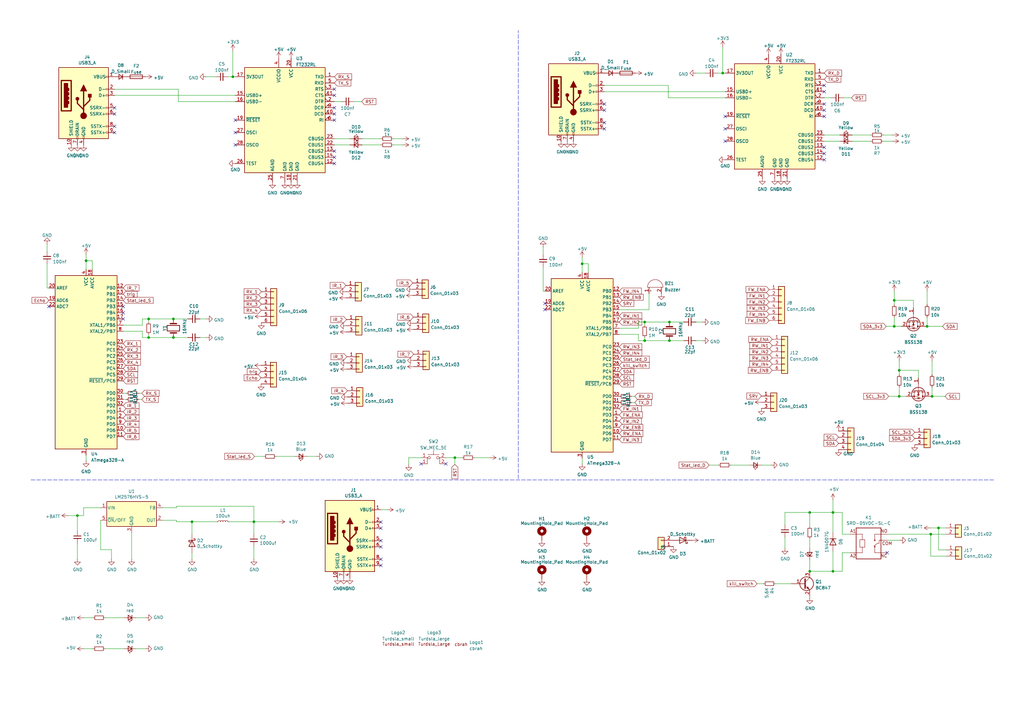
<source format=kicad_sch>
(kicad_sch (version 20211123) (generator eeschema)
  (paper "A3")
  (lib_symbols
    (symbol "Conn_01x02_1" (pin_names (offset 1.016) hide)
      (property "Reference" "J5" (at -2.032 0.2032 0))
      (property "Value" "Conn_01x02" (at -2.032 2.5146 0))
      (symbol "Conn_01x02_1_1_1"
        (pin power_out line (at -5.08 0 0) (length 3.81) (name "Pin_1") (number "1"))
        (pin power_in line (at -5.08 -2.54 0) (length 3.81) (name "Pin_2") (number "2"))
      )
    )
    (symbol "Connector:USB3_A" (pin_names (offset 1.016))
      (property "Reference" "J" (at -10.16 15.24 0))
      (property "Value" "USB3_A" (at 10.16 15.24 0))
      (symbol "USB3_A_1_1"
        (pin power_in line (at 12.7 10.16 180) (length 2.54) (name "VBUS") (number "1"))
        (pin passive line (at -5.08 -17.78 90) (length 2.54) (name "SHIELD") (number "10"))
        (pin bidirectional line (at 12.7 5.08 180) (length 2.54) (name "D-") (number "2"))
        (pin bidirectional line (at 12.7 2.54 180) (length 2.54) (name "D+") (number "3"))
        (pin power_in line (at 0 -17.78 90) (length 2.54) (name "GND") (number "4"))
        (pin output line (at 12.7 -2.54 180) (length 2.54) (name "SSRX-") (number "5"))
        (pin output line (at 12.7 -5.08 180) (length 2.54) (name "SSRX+") (number "6"))
        (pin passive line (at -2.54 -17.78 90) (length 2.54) (name "DRAIN") (number "7"))
        (pin input line (at 12.7 -10.16 180) (length 2.54) (name "SSTX-") (number "8"))
        (pin input line (at 12.7 -12.7 180) (length 2.54) (name "SSTX+") (number "9"))
      )
    )
    (symbol "Connector_Generic:Conn_01x02" (pin_names (offset 1.016) hide)
      (property "Reference" "J" (at 0 2.54 0))
      (property "Value" "Conn_01x02" (at 0 -5.08 0))
      (symbol "Conn_01x02_1_1"
        (pin passive line (at -5.08 0 0) (length 3.81) (name "Pin_1") (number "1"))
        (pin passive line (at -5.08 -2.54 0) (length 3.81) (name "Pin_2") (number "2"))
      )
    )
    (symbol "Connector_Generic:Conn_01x03" (pin_names (offset 1.016) hide)
      (property "Reference" "J" (at 0 5.08 0))
      (property "Value" "Conn_01x03" (at 0 -5.08 0))
      (symbol "Conn_01x03_1_1"
        (pin passive line (at -5.08 2.54 0) (length 3.81) (name "Pin_1") (number "1"))
        (pin passive line (at -5.08 0 0) (length 3.81) (name "Pin_2") (number "2"))
        (pin passive line (at -5.08 -2.54 0) (length 3.81) (name "Pin_3") (number "3"))
      )
    )
    (symbol "Connector_Generic:Conn_01x04" (pin_names (offset 1.016) hide)
      (property "Reference" "J" (at 0 5.08 0))
      (property "Value" "Conn_01x04" (at 0 -7.62 0))
      (symbol "Conn_01x04_1_1"
        (pin passive line (at -5.08 2.54 0) (length 3.81) (name "Pin_1") (number "1"))
        (pin passive line (at -5.08 0 0) (length 3.81) (name "Pin_2") (number "2"))
        (pin passive line (at -5.08 -2.54 0) (length 3.81) (name "Pin_3") (number "3"))
        (pin passive line (at -5.08 -5.08 0) (length 3.81) (name "Pin_4") (number "4"))
      )
    )
    (symbol "Connector_Generic:Conn_01x06" (pin_names (offset 1.016) hide)
      (property "Reference" "J" (at 0 7.62 0))
      (property "Value" "Conn_01x06" (at 0 -10.16 0))
      (symbol "Conn_01x06_1_1"
        (pin passive line (at -5.08 5.08 0) (length 3.81) (name "Pin_1") (number "1"))
        (pin passive line (at -5.08 2.54 0) (length 3.81) (name "Pin_2") (number "2"))
        (pin passive line (at -5.08 0 0) (length 3.81) (name "Pin_3") (number "3"))
        (pin passive line (at -5.08 -2.54 0) (length 3.81) (name "Pin_4") (number "4"))
        (pin passive line (at -5.08 -5.08 0) (length 3.81) (name "Pin_5") (number "5"))
        (pin passive line (at -5.08 -7.62 0) (length 3.81) (name "Pin_6") (number "6"))
      )
    )
    (symbol "Device:Buzzer" (pin_names (offset 0.0254) hide)
      (property "Reference" "BZ" (at 3.81 1.27 0))
      (property "Value" "Buzzer" (at 3.81 -1.27 0))
      (symbol "Buzzer_1_1"
        (pin passive line (at -2.54 2.54 0) (length 2.54) (name "-") (number "1"))
        (pin passive line (at -2.54 -2.54 0) (length 2.54) (name "+") (number "2"))
      )
    )
    (symbol "Device:C_Small" (pin_numbers hide) (pin_names (offset 0.254) hide)
      (property "Reference" "C" (at 0.254 1.778 0))
      (property "Value" "C_Small" (at 0.254 -2.032 0))
      (symbol "C_Small_1_1"
        (pin passive line (at 0 2.54 270) (length 2.032) (name "~") (number "1"))
        (pin passive line (at 0 -2.54 90) (length 2.032) (name "~") (number "2"))
      )
    )
    (symbol "Device:Crystal" (pin_numbers hide) (pin_names (offset 1.016) hide)
      (property "Reference" "Y" (at 0 3.81 0))
      (property "Value" "Crystal" (at 0 -3.81 0))
      (symbol "Crystal_1_1"
        (pin passive line (at -3.81 0 0) (length 1.27) (name "1") (number "1"))
        (pin passive line (at 3.81 0 180) (length 1.27) (name "2") (number "2"))
      )
    )
    (symbol "Device:D_Schottky" (pin_numbers hide) (pin_names (offset 1.016) hide)
      (property "Reference" "D" (at 0 2.54 0))
      (property "Value" "D_Schottky" (at 0 -2.54 0))
      (symbol "D_Schottky_1_1"
        (pin passive line (at -3.81 0 0) (length 2.54) (name "K") (number "1"))
        (pin passive line (at 3.81 0 180) (length 2.54) (name "A") (number "2"))
      )
    )
    (symbol "Device:D_Small" (pin_numbers hide) (pin_names (offset 0.254) hide)
      (property "Reference" "D" (at -1.27 2.032 0))
      (property "Value" "D_Small" (at -3.81 -2.032 0))
      (symbol "D_Small_1_1"
        (pin passive line (at -2.54 0 0) (length 1.778) (name "K") (number "1"))
        (pin passive line (at 2.54 0 180) (length 1.778) (name "A") (number "2"))
      )
    )
    (symbol "Device:Fuse" (pin_numbers hide) (pin_names (offset 0))
      (property "Reference" "F" (at 2.032 0 90))
      (property "Value" "Fuse" (at -1.905 0 90))
      (symbol "Fuse_1_1"
        (pin passive line (at 0 3.81 270) (length 1.27) (name "~") (number "1"))
        (pin passive line (at 0 -3.81 90) (length 1.27) (name "~") (number "2"))
      )
    )
    (symbol "Device:LED_Small" (pin_numbers hide) (pin_names (offset 0.254) hide)
      (property "Reference" "D" (at -1.27 3.175 0))
      (property "Value" "LED_Small" (at -4.445 -2.54 0))
      (symbol "LED_Small_1_1"
        (pin passive line (at -2.54 0 0) (length 1.778) (name "K") (number "1"))
        (pin passive line (at 2.54 0 180) (length 1.778) (name "A") (number "2"))
      )
    )
    (symbol "Device:L_Small" (pin_numbers hide) (pin_names (offset 0.254) hide)
      (property "Reference" "L" (at 0.762 1.016 0))
      (property "Value" "L_Small" (at 0.762 -1.016 0))
      (symbol "L_Small_1_1"
        (pin passive line (at 0 2.54 270) (length 0.508) (name "~") (number "1"))
        (pin passive line (at 0 -2.54 90) (length 0.508) (name "~") (number "2"))
      )
    )
    (symbol "Device:R_Small" (pin_numbers hide) (pin_names (offset 0.254) hide)
      (property "Reference" "R" (at 0.762 0.508 0))
      (property "Value" "R_Small" (at 0.762 -1.016 0))
      (symbol "R_Small_1_1"
        (pin passive line (at 0 2.54 270) (length 0.762) (name "~") (number "1"))
        (pin passive line (at 0 -2.54 90) (length 0.762) (name "~") (number "2"))
      )
    )
    (symbol "Diode:1N4007" (pin_numbers hide) (pin_names (offset 1.016) hide)
      (property "Reference" "D" (at 0 2.54 0))
      (property "Value" "1N4007" (at 0 -2.54 0))
      (symbol "1N4007_1_1"
        (pin passive line (at -3.81 0 0) (length 2.54) (name "K") (number "1"))
        (pin passive line (at 3.81 0 180) (length 2.54) (name "A") (number "2"))
      )
    )
    (symbol "Interface_USB:FT232RL"
      (property "Reference" "U" (at -16.51 22.86 0))
      (property "Value" "FT232RL" (at 10.16 22.86 0))
      (symbol "FT232RL_1_1"
        (pin output line (at 20.32 17.78 180) (length 3.81) (name "TXD") (number "1"))
        (pin input input_low (at 20.32 2.54 180) (length 3.81) (name "DCD") (number "10"))
        (pin input input_low (at 20.32 10.16 180) (length 3.81) (name "CTS") (number "11"))
        (pin bidirectional line (at 20.32 -17.78 180) (length 3.81) (name "CBUS4") (number "12"))
        (pin bidirectional line (at 20.32 -12.7 180) (length 3.81) (name "CBUS2") (number "13"))
        (pin bidirectional line (at 20.32 -15.24 180) (length 3.81) (name "CBUS3") (number "14"))
        (pin bidirectional line (at -20.32 10.16 0) (length 3.81) (name "USBD+") (number "15"))
        (pin bidirectional line (at -20.32 7.62 0) (length 3.81) (name "USBD-") (number "16"))
        (pin power_out line (at -20.32 17.78 0) (length 3.81) (name "3V3OUT") (number "17"))
        (pin power_in line (at 2.54 -25.4 90) (length 3.81) (name "GND") (number "18"))
        (pin input line (at -20.32 0 0) (length 3.81) (name "~{RESET}") (number "19"))
        (pin output output_low (at 20.32 7.62 180) (length 3.81) (name "DTR") (number "2"))
        (pin power_in line (at 2.54 25.4 270) (length 3.81) (name "VCC") (number "20"))
        (pin power_in line (at 5.08 -25.4 90) (length 3.81) (name "GND") (number "21"))
        (pin bidirectional line (at 20.32 -10.16 180) (length 3.81) (name "CBUS1") (number "22"))
        (pin bidirectional line (at 20.32 -7.62 180) (length 3.81) (name "CBUS0") (number "23"))
        (pin power_in line (at -5.08 -25.4 90) (length 3.81) (name "AGND") (number "25"))
        (pin input line (at -20.32 -17.78 0) (length 3.81) (name "TEST") (number "26"))
        (pin input line (at -20.32 -5.08 0) (length 3.81) (name "OSCI") (number "27"))
        (pin output line (at -20.32 -10.16 0) (length 3.81) (name "OSCO") (number "28"))
        (pin output output_low (at 20.32 12.7 180) (length 3.81) (name "RTS") (number "3"))
        (pin power_in line (at -2.54 25.4 270) (length 3.81) (name "VCCIO") (number "4"))
        (pin input line (at 20.32 15.24 180) (length 3.81) (name "RXD") (number "5"))
        (pin input input_low (at 20.32 0 180) (length 3.81) (name "RI") (number "6"))
        (pin power_in line (at 0 -25.4 90) (length 3.81) (name "GND") (number "7"))
        (pin input input_low (at 20.32 5.08 180) (length 3.81) (name "DCR") (number "9"))
      )
    )
    (symbol "Logos:Turdsla_large"
      (property "Reference" "Logo" (at 0 -1.27 0))
      (property "Value" "Turdsla_large" (at 0 0 0))
      (symbol "Turdsla_large_0_0"
        (text "Turdsla_Large" (at 0 2.54 0) (effects (font (size 1.27 1.27))))
      )
    )
    (symbol "Logos:Turdsla_small"
      (property "Reference" "Logo" (at 0 -1.27 0))
      (property "Value" "Turdsla_small" (at 0 0 0))
      (symbol "Turdsla_small_0_0"
        (text "Turdsla_small" (at 0 2.54 0) (effects (font (size 1.27 1.27))))
      )
    )
    (symbol "Logos:cbrah"
      (property "Reference" "Logo" (at 0 -1.27 0))
      (property "Value" "cbrah" (at 0 0 0))
      (symbol "cbrah_0_0"
        (text "cbrah" (at 0 1.27 0) (effects (font (size 1.27 1.27))))
      )
    )
    (symbol "MCU_Microchip_ATmega:ATmega328-A"
      (property "Reference" "U" (at -12.7 36.83 0))
      (property "Value" "ATmega328-A" (at 2.54 -36.83 0))
      (symbol "ATmega328-A_1_1"
        (pin bidirectional line (at 15.24 -20.32 180) (length 2.54) (name "PD3") (number "1"))
        (pin bidirectional line (at 15.24 -27.94 180) (length 2.54) (name "PD6") (number "10"))
        (pin bidirectional line (at 15.24 -30.48 180) (length 2.54) (name "PD7") (number "11"))
        (pin bidirectional line (at 15.24 30.48 180) (length 2.54) (name "PB0") (number "12"))
        (pin bidirectional line (at 15.24 27.94 180) (length 2.54) (name "PB1") (number "13"))
        (pin bidirectional line (at 15.24 25.4 180) (length 2.54) (name "PB2") (number "14"))
        (pin bidirectional line (at 15.24 22.86 180) (length 2.54) (name "PB3") (number "15"))
        (pin bidirectional line (at 15.24 20.32 180) (length 2.54) (name "PB4") (number "16"))
        (pin bidirectional line (at 15.24 17.78 180) (length 2.54) (name "PB5") (number "17"))
        (pin power_in line (at 2.54 38.1 270) (length 2.54) (name "AVCC") (number "18"))
        (pin input line (at -15.24 25.4 0) (length 2.54) (name "ADC6") (number "19"))
        (pin bidirectional line (at 15.24 -22.86 180) (length 2.54) (name "PD4") (number "2"))
        (pin passive line (at -15.24 30.48 0) (length 2.54) (name "AREF") (number "20"))
        (pin passive line (at 0 -38.1 90) (length 2.54) hide (name "GND") (number "21"))
        (pin input line (at -15.24 22.86 0) (length 2.54) (name "ADC7") (number "22"))
        (pin bidirectional line (at 15.24 7.62 180) (length 2.54) (name "PC0") (number "23"))
        (pin bidirectional line (at 15.24 5.08 180) (length 2.54) (name "PC1") (number "24"))
        (pin bidirectional line (at 15.24 2.54 180) (length 2.54) (name "PC2") (number "25"))
        (pin bidirectional line (at 15.24 0 180) (length 2.54) (name "PC3") (number "26"))
        (pin bidirectional line (at 15.24 -2.54 180) (length 2.54) (name "PC4") (number "27"))
        (pin bidirectional line (at 15.24 -5.08 180) (length 2.54) (name "PC5") (number "28"))
        (pin bidirectional line (at 15.24 -7.62 180) (length 2.54) (name "~{RESET}/PC6") (number "29"))
        (pin power_in line (at 0 -38.1 90) (length 2.54) (name "GND") (number "3"))
        (pin bidirectional line (at 15.24 -12.7 180) (length 2.54) (name "PD0") (number "30"))
        (pin bidirectional line (at 15.24 -15.24 180) (length 2.54) (name "PD1") (number "31"))
        (pin bidirectional line (at 15.24 -17.78 180) (length 2.54) (name "PD2") (number "32"))
        (pin power_in line (at 0 38.1 270) (length 2.54) (name "VCC") (number "4"))
        (pin passive line (at 0 -38.1 90) (length 2.54) hide (name "GND") (number "5"))
        (pin passive line (at 0 38.1 270) (length 2.54) hide (name "VCC") (number "6"))
        (pin bidirectional line (at 15.24 15.24 180) (length 2.54) (name "XTAL1/PB6") (number "7"))
        (pin bidirectional line (at 15.24 12.7 180) (length 2.54) (name "XTAL2/PB7") (number "8"))
        (pin bidirectional line (at 15.24 -25.4 180) (length 2.54) (name "PD5") (number "9"))
      )
    )
    (symbol "Mechanical:MountingHole_Pad" (pin_numbers hide) (pin_names (offset 1.016) hide)
      (property "Reference" "H" (at 0 6.35 0))
      (property "Value" "MountingHole_Pad" (at 0 4.445 0))
      (symbol "MountingHole_Pad_1_1"
        (pin input line (at 0 -2.54 90) (length 2.54) (name "1") (number "1"))
      )
    )
    (symbol "Regulator_Switching:LM2576HVS-5" (pin_names (offset 0.254))
      (property "Reference" "U" (at -10.16 6.35 0))
      (property "Value" "LM2576HVS-5" (at 0 6.35 0))
      (symbol "LM2576HVS-5_1_1"
        (pin power_in line (at -12.7 2.54 0) (length 2.54) (name "VIN") (number "1"))
        (pin output line (at 12.7 -2.54 180) (length 2.54) (name "OUT") (number "2"))
        (pin power_in line (at 0 -7.62 90) (length 2.54) (name "GND") (number "3"))
        (pin input line (at 12.7 2.54 180) (length 2.54) (name "FB") (number "4"))
        (pin input line (at -12.7 -2.54 0) (length 2.54) (name "~{ON}/OFF") (number "5"))
      )
    )
    (symbol "SRD-05VDC-SL-C:SRD-05VDC-SL-C" (pin_numbers hide) (pin_names (offset 1.016) hide)
      (property "Reference" "K" (at -5.08 5.842 0))
      (property "Value" "SRD-05VDC-SL-C_SRD-05VDC-SL-C" (at -5.08 -10.16 0))
      (symbol "SRD-05VDC-SL-C_0_0"
        (text "A1" (at -6.35 3.81 0) (effects (font (size 1.27 1.27))))
        (text "A2" (at -6.35 -6.35 0) (effects (font (size 1.27 1.27))))
        (text "COM" (at 7.62 -1.27 0) (effects (font (size 1.27 1.27))))
        (text "NC" (at 6.35 -6.35 0) (effects (font (size 1.27 1.27))))
        (text "NO" (at 6.35 3.81 0) (effects (font (size 1.27 1.27))))
        (pin passive line (at -7.62 2.54 0) (length 2.54) (name "A1") (number "A1"))
        (pin passive line (at -7.62 -5.08 0) (length 2.54) (name "A2") (number "A2"))
        (pin passive line (at 7.62 0 180) (length 2.54) (name "COM") (number "COM"))
        (pin passive line (at 7.62 -5.08 180) (length 2.54) (name "NC") (number "NC"))
        (pin passive line (at 7.62 2.54 180) (length 2.54) (name "NO") (number "NO"))
      )
    )
    (symbol "Switch:SW_MEC_5E" (pin_names (offset 1.016) hide)
      (property "Reference" "SW2" (at 0 9.1608 0))
      (property "Value" "SW_MEC_5E" (at 0 6.6239 0))
      (symbol "SW_MEC_5E_0_1"
        (pin passive line (at -5.08 0 0) (length 2.54) (name "1") (number "1"))
        (pin passive line (at -5.08 2.54 0) (length 2.54) (name "1") (number "1"))
        (pin passive line (at 5.08 0 180) (length 2.54) (name "2") (number "2"))
        (pin passive line (at 5.08 2.54 180) (length 2.54) (name "2") (number "2"))
      )
    )
    (symbol "Transistor_BJT:BC847" (pin_names (offset 0) hide)
      (property "Reference" "Q" (at 5.08 1.905 0))
      (property "Value" "BC847" (at 5.08 0 0))
      (symbol "BC847_1_1"
        (pin input line (at -5.08 0 0) (length 5.715) (name "B") (number "1"))
        (pin passive line (at 2.54 -5.08 90) (length 2.54) (name "E") (number "2"))
        (pin passive line (at 2.54 5.08 270) (length 2.54) (name "C") (number "3"))
      )
    )
    (symbol "Transistor_FET:BSS138" (pin_names hide)
      (property "Reference" "Q" (at 5.08 1.905 0))
      (property "Value" "BSS138" (at 5.08 0 0))
      (symbol "BSS138_1_1"
        (pin input line (at -5.08 0 0) (length 2.54) (name "G") (number "1"))
        (pin passive line (at 2.54 -5.08 90) (length 2.54) (name "S") (number "2"))
        (pin passive line (at 2.54 5.08 270) (length 2.54) (name "D") (number "3"))
      )
    )
    (symbol "power:+3V3" (power) (pin_names (offset 0))
      (property "Value" "+3V3" (at 0 3.556 0))
      (symbol "+3V3_1_1"
        (pin power_in line (at 0 0 90) (length 0) hide (name "+3V3") (number "1"))
      )
    )
    (symbol "power:+5V" (power) (pin_names (offset 0))
      (property "Value" "+5V" (at 0 3.556 0))
      (symbol "+5V_1_1"
        (pin power_in line (at 0 0 90) (length 0) hide (name "+5V") (number "1"))
      )
    )
    (symbol "power:+BATT" (power) (pin_names (offset 0))
      (property "Value" "+BATT" (at 0 3.556 0))
      (symbol "+BATT_1_1"
        (pin power_in line (at 0 0 90) (length 0) hide (name "+BATT") (number "1"))
      )
    )
    (symbol "power:GND" (power) (pin_names (offset 0))
      (property "Value" "GND" (at 0 -3.81 0))
      (symbol "GND_1_1"
        (pin power_in line (at 0 0 270) (length 0) hide (name "GND") (number "1"))
      )
    )
  )
  (junction (at 381.762 219.075))
  (junction (at 71.12 130.81))
  (junction (at 296.418 29.972))
  (junction (at 368.808 162.56))
  (junction (at 366.776 123.19))
  (junction (at 380.238 133.858))
  (junction (at 60.96 130.81))
  (junction (at 186.563 187.706))
  (junction (at 384.937 216.535))
  (junction (at 78.74 213.995))
  (junction (at 274.574 132.08))
  (junction (at 31.75 211.455))
  (junction (at 264.414 139.7))
  (junction (at 238.76 108.204))
  (junction (at 71.12 138.43))
  (junction (at 35.306 106.934))
  (junction (at 368.808 151.892))
  (junction (at 366.776 133.858))
  (junction (at 332.105 234.315))
  (junction (at 104.14 213.995))
  (junction (at 341.63 234.315))
  (junction (at 341.63 210.185))
  (junction (at 60.96 138.43))
  (junction (at 95.504 31.496))
  (junction (at 274.574 139.7))
  (junction (at 264.414 132.08))
  (junction (at 382.27 162.56))
  (junction (at 332.105 210.185))
  (no_connect (at 156.21 214.122))
  (no_connect (at 338.074 35.052))
  (no_connect (at 156.21 231.902))
  (no_connect (at 338.074 62.992))
  (no_connect (at 156.21 229.362))
  (no_connect (at 338.074 37.592))
  (no_connect (at 182.88 190.246))
  (no_connect (at 96.52 59.436))
  (no_connect (at 96.52 54.356))
  (no_connect (at 50.546 128.27))
  (no_connect (at 223.52 124.46))
  (no_connect (at 137.16 61.976))
  (no_connect (at 338.074 60.452))
  (no_connect (at 137.16 46.736))
  (no_connect (at 137.16 49.276))
  (no_connect (at 137.16 44.196))
  (no_connect (at 137.16 39.116))
  (no_connect (at 137.16 36.576))
  (no_connect (at 46.99 44.196))
  (no_connect (at 46.99 46.736))
  (no_connect (at 46.99 51.816))
  (no_connect (at 46.99 54.356))
  (no_connect (at 20.066 125.73))
  (no_connect (at 338.074 47.752))
  (no_connect (at 137.16 64.516))
  (no_connect (at 247.904 42.672))
  (no_connect (at 247.904 52.832))
  (no_connect (at 156.21 224.282))
  (no_connect (at 338.074 65.532))
  (no_connect (at 50.546 130.81))
  (no_connect (at 338.074 42.672))
  (no_connect (at 50.546 125.73))
  (no_connect (at 223.52 127))
  (no_connect (at 297.434 57.912))
  (no_connect (at 247.904 50.292))
  (no_connect (at 338.074 45.212))
  (no_connect (at 363.855 226.695))
  (no_connect (at 247.904 45.212))
  (no_connect (at 297.434 47.752))
  (no_connect (at 297.434 52.832))
  (no_connect (at 156.21 221.742))
  (no_connect (at 172.72 190.246))
  (no_connect (at 156.21 216.662))
  (no_connect (at 96.52 49.276))
  (no_connect (at 137.16 67.056))
  (wire (pts (xy 264.414 139.7) (xy 274.574 139.7)))
  (wire (pts (xy 362.204 57.912) (xy 366.014 57.912)))
  (wire (pts (xy 274.066 40.132) (xy 297.434 40.132)))
  (wire (pts (xy 261.874 137.16) (xy 261.874 139.7)))
  (wire (pts (xy 338.074 57.912) (xy 344.424 57.912)))
  (wire (pts (xy 362.204 55.372) (xy 366.014 55.372)))
  (wire (pts (xy 156.21 56.896) (xy 148.59 56.896)))
  (wire (pts (xy 35.306 106.934) (xy 35.306 110.49)))
  (wire (pts (xy 296.418 19.304) (xy 296.418 29.972)))
  (wire (pts (xy 82.042 138.43) (xy 84.582 138.43)))
  (wire (pts (xy 313.055 239.395) (xy 310.515 239.395)))
  (wire (pts (xy 56.896 163.83) (xy 58.166 163.83)))
  (wire (pts (xy 338.074 55.372) (xy 344.424 55.372)))
  (wire (pts (xy 56.896 161.29) (xy 58.166 161.29)))
  (wire (pts (xy 380.238 119.38) (xy 380.238 124.968)))
  (wire (pts (xy 167.64 187.706) (xy 167.64 190.5)))
  (wire (pts (xy 82.042 130.81) (xy 84.582 130.81)))
  (wire (pts (xy 374.65 123.19) (xy 374.65 126.238)))
  (wire (pts (xy 254 134.62) (xy 261.874 134.62)))
  (wire (pts (xy 78.74 213.995) (xy 78.74 219.075)))
  (wire (pts (xy 345.44 226.695) (xy 345.44 234.315)))
  (wire (pts (xy 285.496 29.972) (xy 289.306 29.972)))
  (wire (pts (xy 58.42 138.43) (xy 60.96 138.43)))
  (wire (pts (xy 35.306 104.394) (xy 35.306 106.934)))
  (wire (pts (xy 93.98 213.995) (xy 104.14 213.995)))
  (wire (pts (xy 379.73 133.858) (xy 380.238 133.858)))
  (wire (pts (xy 381.762 162.56) (xy 382.27 162.56)))
  (wire (pts (xy 31.75 211.455) (xy 31.75 217.805)))
  (wire (pts (xy 357.124 57.912) (xy 349.504 57.912)))
  (wire (pts (xy 366.776 123.19) (xy 366.776 124.968)))
  (wire (pts (xy 60.96 138.43) (xy 71.12 138.43)))
  (wire (pts (xy 37.846 110.49) (xy 37.846 106.934)))
  (wire (pts (xy 388.112 228.092) (xy 381.762 228.092)))
  (wire (pts (xy 274.574 139.7) (xy 280.416 139.7)))
  (wire (pts (xy 50.546 133.35) (xy 58.42 133.35)))
  (wire (pts (xy 261.874 134.62) (xy 261.874 132.08)))
  (wire (pts (xy 37.846 106.934) (xy 35.306 106.934)))
  (wire (pts (xy 78.74 213.995) (xy 88.9 213.995)))
  (wire (pts (xy 45.72 225.425) (xy 45.72 229.235)))
  (wire (pts (xy 366.776 130.048) (xy 366.776 133.858)))
  (wire (pts (xy 381.762 228.092) (xy 381.762 219.075)))
  (wire (pts (xy 384.937 216.535) (xy 384.937 225.552)))
  (wire (pts (xy 72.39 213.36) (xy 66.675 213.36)))
  (wire (pts (xy 332.105 229.87) (xy 332.105 234.315)))
  (wire (pts (xy 95.504 31.496) (xy 96.52 31.496)))
  (wire (pts (xy 247.904 35.052) (xy 274.066 35.052)))
  (wire (pts (xy 53.975 218.44) (xy 53.975 229.235)))
  (wire (pts (xy 312.42 190.754) (xy 316.23 190.754)))
  (wire (pts (xy 384.937 225.552) (xy 388.112 225.552)))
  (wire (pts (xy 41.275 225.425) (xy 45.72 225.425)))
  (wire (pts (xy 104.14 213.995) (xy 104.14 207.645)))
  (wire (pts (xy 387.985 219.075) (xy 381.762 219.075)))
  (wire (pts (xy 96.52 39.116) (xy 46.99 39.116)))
  (wire (pts (xy 380.238 130.048) (xy 380.238 133.858)))
  (wire (pts (xy 104.14 213.995) (xy 114.3 213.995)))
  (wire (pts (xy 363.474 133.858) (xy 366.776 133.858)))
  (wire (pts (xy 364.49 162.56) (xy 368.808 162.56)))
  (wire (pts (xy 93.472 31.496) (xy 95.504 31.496)))
  (wire (pts (xy 368.808 151.892) (xy 376.682 151.892)))
  (wire (pts (xy 186.563 190.5) (xy 186.563 187.706)))
  (wire (pts (xy 104.14 224.155) (xy 104.14 229.235)))
  (wire (pts (xy 345.44 234.315) (xy 341.63 234.315)))
  (wire (pts (xy 27.94 211.455) (xy 31.75 211.455)))
  (wire (pts (xy 254 127) (xy 266.192 127)))
  (wire (pts (xy 50.546 135.89) (xy 58.42 135.89)))
  (wire (pts (xy 366.776 123.19) (xy 374.65 123.19)))
  (wire (pts (xy 73.152 36.576) (xy 73.152 41.656)))
  (wire (pts (xy 148.336 41.656) (xy 145.034 41.656)))
  (wire (pts (xy 108.204 187.198) (xy 104.394 187.198)))
  (wire (pts (xy 366.776 133.858) (xy 369.57 133.858)))
  (wire (pts (xy 294.386 29.972) (xy 296.418 29.972)))
  (wire (pts (xy 254 137.16) (xy 261.874 137.16)))
  (wire (pts (xy 104.14 219.075) (xy 104.14 213.995)))
  (wire (pts (xy 161.29 59.436) (xy 165.1 59.436)))
  (wire (pts (xy 285.496 132.08) (xy 288.036 132.08)))
  (wire (pts (xy 43.18 266.065) (xy 50.8 266.065)))
  (wire (pts (xy 381.762 219.075) (xy 363.855 219.075)))
  (wire (pts (xy 84.582 31.496) (xy 88.392 31.496)))
  (wire (pts (xy 137.16 56.896) (xy 143.51 56.896)))
  (wire (pts (xy 71.12 130.81) (xy 76.962 130.81)))
  (wire (pts (xy 274.574 132.08) (xy 280.416 132.08)))
  (wire (pts (xy 137.16 59.436) (xy 143.51 59.436)))
  (wire (pts (xy 43.18 253.365) (xy 50.8 253.365)))
  (wire (pts (xy 222.758 101.346) (xy 222.758 104.394)))
  (wire (pts (xy 321.945 210.185) (xy 332.105 210.185)))
  (wire (pts (xy 368.808 151.892) (xy 368.808 153.67)))
  (wire (pts (xy 241.3 111.76) (xy 241.3 108.204)))
  (polyline (pts (xy 212.598 196.342) (xy 212.598 12.446)))
  (wire (pts (xy 382.27 148.082) (xy 382.27 153.67)))
  (wire (pts (xy 139.954 41.656) (xy 137.16 41.656)))
  (wire (pts (xy 241.3 108.204) (xy 238.76 108.204)))
  (wire (pts (xy 58.42 133.35) (xy 58.42 130.81)))
  (wire (pts (xy 73.152 41.656) (xy 96.52 41.656)))
  (wire (pts (xy 264.414 138.43) (xy 264.414 139.7)))
  (wire (pts (xy 368.935 221.615) (xy 363.855 221.615)))
  (wire (pts (xy 382.27 162.56) (xy 387.604 162.56)))
  (wire (pts (xy 357.124 55.372) (xy 349.504 55.372)))
  (wire (pts (xy 341.63 210.185) (xy 345.44 210.185)))
  (wire (pts (xy 95.504 20.828) (xy 95.504 31.496)))
  (wire (pts (xy 381.635 216.535) (xy 384.937 216.535)))
  (wire (pts (xy 261.874 139.7) (xy 264.414 139.7)))
  (wire (pts (xy 35.306 186.69) (xy 35.306 188.976)))
  (wire (pts (xy 46.99 36.576) (xy 73.152 36.576)))
  (wire (pts (xy 382.27 158.75) (xy 382.27 162.56)))
  (wire (pts (xy 41.275 213.36) (xy 41.275 225.425)))
  (wire (pts (xy 321.945 224.79) (xy 321.945 220.345)))
  (wire (pts (xy 299.72 190.754) (xy 307.34 190.754)))
  (wire (pts (xy 222.758 119.38) (xy 223.52 119.38)))
  (wire (pts (xy 259.08 162.56) (xy 260.35 162.56)))
  (wire (pts (xy 72.39 208.28) (xy 72.39 207.645)))
  (wire (pts (xy 78.74 226.695) (xy 78.74 229.235)))
  (polyline (pts (xy 12.7 196.85) (xy 407.67 196.85)))
  (wire (pts (xy 55.88 253.365) (xy 59.69 253.365)))
  (wire (pts (xy 368.808 162.56) (xy 371.602 162.56)))
  (wire (pts (xy 72.39 213.995) (xy 72.39 213.36)))
  (wire (pts (xy 19.304 100.076) (xy 19.304 103.124)))
  (wire (pts (xy 58.42 135.89) (xy 58.42 138.43)))
  (wire (pts (xy 318.135 239.395) (xy 324.485 239.395)))
  (wire (pts (xy 368.808 148.082) (xy 368.808 151.892)))
  (wire (pts (xy 34.29 208.28) (xy 41.275 208.28)))
  (wire (pts (xy 238.76 108.204) (xy 238.76 111.76)))
  (wire (pts (xy 238.76 105.664) (xy 238.76 108.204)))
  (wire (pts (xy 264.414 132.08) (xy 274.574 132.08)))
  (wire (pts (xy 50.546 163.83) (xy 51.816 163.83)))
  (wire (pts (xy 19.304 108.204) (xy 19.304 118.11)))
  (wire (pts (xy 158.75 209.042) (xy 156.21 209.042)))
  (wire (pts (xy 31.75 211.455) (xy 34.29 211.455)))
  (wire (pts (xy 332.105 210.185) (xy 332.105 215.9)))
  (wire (pts (xy 341.63 205.105) (xy 341.63 210.185)))
  (wire (pts (xy 38.1 266.065) (xy 34.29 266.065)))
  (wire (pts (xy 294.64 190.754) (xy 290.83 190.754)))
  (wire (pts (xy 19.304 118.11) (xy 20.066 118.11)))
  (wire (pts (xy 332.105 244.475) (xy 332.105 245.11)))
  (wire (pts (xy 50.546 161.29) (xy 51.816 161.29)))
  (wire (pts (xy 182.88 187.706) (xy 186.563 187.706)))
  (wire (pts (xy 264.414 132.08) (xy 264.414 133.35)))
  (wire (pts (xy 66.675 208.28) (xy 72.39 208.28)))
  (wire (pts (xy 259.08 165.1) (xy 260.35 165.1)))
  (wire (pts (xy 332.105 220.98) (xy 332.105 224.79)))
  (wire (pts (xy 113.284 187.198) (xy 120.904 187.198)))
  (wire (pts (xy 384.937 216.535) (xy 387.985 216.535)))
  (wire (pts (xy 31.75 222.885) (xy 31.75 229.235)))
  (wire (pts (xy 349.25 40.132) (xy 345.948 40.132)))
  (wire (pts (xy 222.758 109.474) (xy 222.758 119.38)))
  (wire (pts (xy 341.63 210.185) (xy 341.63 218.44)))
  (wire (pts (xy 60.96 130.81) (xy 60.96 132.08)))
  (wire (pts (xy 348.615 219.075) (xy 345.44 219.075)))
  (wire (pts (xy 186.563 187.706) (xy 189.484 187.706)))
  (wire (pts (xy 55.88 266.065) (xy 59.69 266.065)))
  (wire (pts (xy 366.776 119.38) (xy 366.776 123.19)))
  (wire (pts (xy 266.192 127) (xy 266.192 120.396)))
  (wire (pts (xy 296.418 29.972) (xy 297.434 29.972)))
  (wire (pts (xy 172.72 187.706) (xy 167.64 187.706)))
  (wire (pts (xy 58.42 130.81) (xy 60.96 130.81)))
  (wire (pts (xy 321.945 215.265) (xy 321.945 210.185)))
  (wire (pts (xy 297.434 37.592) (xy 247.904 37.592)))
  (wire (pts (xy 194.564 187.706) (xy 200.914 187.706)))
  (wire (pts (xy 348.615 226.695) (xy 345.44 226.695)))
  (wire (pts (xy 238.76 187.96) (xy 238.76 190.246)))
  (wire (pts (xy 274.066 35.052) (xy 274.066 40.132)))
  (wire (pts (xy 34.29 211.455) (xy 34.29 208.28)))
  (wire (pts (xy 125.984 187.198) (xy 129.794 187.198)))
  (wire (pts (xy 376.682 151.892) (xy 376.682 154.94)))
  (wire (pts (xy 71.12 138.43) (xy 76.962 138.43)))
  (wire (pts (xy 38.1 253.365) (xy 34.29 253.365)))
  (wire (pts (xy 332.105 234.315) (xy 341.63 234.315)))
  (wire (pts (xy 285.496 139.7) (xy 288.036 139.7)))
  (wire (pts (xy 72.39 213.995) (xy 78.74 213.995)))
  (wire (pts (xy 104.14 207.645) (xy 72.39 207.645)))
  (wire (pts (xy 161.29 56.896) (xy 165.1 56.896)))
  (wire (pts (xy 340.868 40.132) (xy 338.074 40.132)))
  (wire (pts (xy 368.808 158.75) (xy 368.808 162.56)))
  (wire (pts (xy 380.238 133.858) (xy 386.588 133.858)))
  (wire (pts (xy 156.21 59.436) (xy 148.59 59.436)))
  (wire (pts (xy 332.105 210.185) (xy 341.63 210.185)))
  (wire (pts (xy 261.874 132.08) (xy 264.414 132.08)))
  (wire (pts (xy 60.96 130.81) (xy 71.12 130.81)))
  (wire (pts (xy 341.63 226.06) (xy 341.63 234.315)))
  (wire (pts (xy 345.44 219.075) (xy 345.44 210.185)))
  (wire (pts (xy 60.96 137.16) (xy 60.96 138.43)))
  (global_label "SCL_3v3" (shape input) (at 364.49 162.56 180) (property "Intersheet References" "${INTERSHEET_REFS}" (effects hide)))
  (global_label "RW_ENA" (shape input) (at 316.738 139.192 180) (property "Intersheet References" "${INTERSHEET_REFS}" (effects hide)))
  (global_label "Echo" (shape input) (at 20.066 123.19 180) (property "Intersheet References" "${INTERSHEET_REFS}" (effects hide)))
  (global_label "RW_IN2" (shape input) (at 254 132.08 0) (property "Intersheet References" "${INTERSHEET_REFS}" (effects hide)))
  (global_label "FW_ENA" (shape input) (at 315.468 118.745 180) (property "Intersheet References" "${INTERSHEET_REFS}" (effects hide)))
  (global_label "FW_ENA" (shape input) (at 254 170.18 0) (property "Intersheet References" "${INTERSHEET_REFS}" (effects hide)))
  (global_label "IR_1" (shape input) (at 50.546 166.37 0) (property "Intersheet References" "${INTERSHEET_REFS}" (effects hide)))
  (global_label "SCL" (shape input) (at 50.546 153.67 0) (property "Intersheet References" "${INTERSHEET_REFS}" (effects hide)))
  (global_label "RX_1" (shape input) (at 107.188 119.634 180) (property "Intersheet References" "${INTERSHEET_REFS}" (effects hide)))
  (global_label "IR_6" (shape input) (at 169.545 130.048 180) (property "Intersheet References" "${INTERSHEET_REFS}" (effects hide)))
  (global_label "Stat_led_S" (shape input) (at 50.546 123.19 0) (property "Intersheet References" "${INTERSHEET_REFS}" (effects hide)))
  (global_label "IR_3" (shape input) (at 142.24 146.304 180) (property "Intersheet References" "${INTERSHEET_REFS}" (effects hide)))
  (global_label "FW_IN1" (shape input) (at 254 167.64 0) (property "Intersheet References" "${INTERSHEET_REFS}" (effects hide)))
  (global_label "SCL" (shape input) (at 387.604 162.56 0) (property "Intersheet References" "${INTERSHEET_REFS}" (effects hide)))
  (global_label "TX_S" (shape input) (at 137.16 34.036 0) (property "Intersheet References" "${INTERSHEET_REFS}" (effects hide)))
  (global_label "RX_3" (shape input) (at 107.188 124.714 180) (property "Intersheet References" "${INTERSHEET_REFS}" (effects hide)))
  (global_label "trig" (shape input) (at 50.546 120.65 0) (property "Intersheet References" "${INTERSHEET_REFS}" (effects hide)))
  (global_label "SDA" (shape input) (at 343.916 181.864 180) (property "Intersheet References" "${INTERSHEET_REFS}" (effects hide)))
  (global_label "RST" (shape input) (at 148.336 41.656 0) (property "Intersheet References" "${INTERSHEET_REFS}" (effects hide)))
  (global_label "kill_switch" (shape input) (at 254 149.86 0) (property "Intersheet References" "${INTERSHEET_REFS}" (effects hide)))
  (global_label "IR_6" (shape input) (at 50.546 179.07 0) (property "Intersheet References" "${INTERSHEET_REFS}" (effects hide)))
  (global_label "TX_D" (shape input) (at 260.35 165.1 0) (property "Intersheet References" "${INTERSHEET_REFS}" (effects hide)))
  (global_label "FW_IN3" (shape input) (at 315.468 126.365 180) (property "Intersheet References" "${INTERSHEET_REFS}" (effects hide)))
  (global_label "RX_S" (shape input) (at 137.16 31.496 0) (property "Intersheet References" "${INTERSHEET_REFS}" (effects hide)))
  (global_label "SCL" (shape input) (at 343.916 179.324 180) (property "Intersheet References" "${INTERSHEET_REFS}" (effects hide)))
  (global_label "IR_2" (shape input) (at 50.546 168.91 0) (property "Intersheet References" "${INTERSHEET_REFS}" (effects hide)))
  (global_label "FW_IN3" (shape input) (at 254 180.34 0) (property "Intersheet References" "${INTERSHEET_REFS}" (effects hide)))
  (global_label "FW_IN4" (shape input) (at 254 119.38 0) (property "Intersheet References" "${INTERSHEET_REFS}" (effects hide)))
  (global_label "RST" (shape input) (at 349.25 40.132 0) (property "Intersheet References" "${INTERSHEET_REFS}" (effects hide)))
  (global_label "RW_ENA" (shape input) (at 254 177.8 0) (property "Intersheet References" "${INTERSHEET_REFS}" (effects hide)))
  (global_label "TX_D" (shape input) (at 338.074 32.512 0) (property "Intersheet References" "${INTERSHEET_REFS}" (effects hide)))
  (global_label "FW_IN4" (shape input) (at 315.468 128.905 180) (property "Intersheet References" "${INTERSHEET_REFS}" (effects hide)))
  (global_label "RX_4" (shape input) (at 50.546 148.59 0) (property "Intersheet References" "${INTERSHEET_REFS}" (effects hide)))
  (global_label "IR_4" (shape input) (at 50.546 173.99 0) (property "Intersheet References" "${INTERSHEET_REFS}" (effects hide)))
  (global_label "RX_S" (shape input) (at 58.166 161.29 0) (property "Intersheet References" "${INTERSHEET_REFS}" (effects hide)))
  (global_label "RX_4" (shape input) (at 107.188 127.254 180) (property "Intersheet References" "${INTERSHEET_REFS}" (effects hide)))
  (global_label "SRV" (shape input) (at 254 124.46 0) (property "Intersheet References" "${INTERSHEET_REFS}" (effects hide)))
  (global_label "RST" (shape input) (at 186.563 190.5 270) (property "Intersheet References" "${INTERSHEET_REFS}" (effects hide)))
  (global_label "Stat_led_D" (shape input) (at 254 147.32 0) (property "Intersheet References" "${INTERSHEET_REFS}" (effects hide)))
  (global_label "RW_IN1" (shape input) (at 316.738 141.732 180) (property "Intersheet References" "${INTERSHEET_REFS}" (effects hide)))
  (global_label "TX_S" (shape input) (at 58.166 163.83 0) (property "Intersheet References" "${INTERSHEET_REFS}" (effects hide)))
  (global_label "kill_switch" (shape input) (at 310.515 239.395 180) (property "Intersheet References" "${INTERSHEET_REFS}" (effects hide)))
  (global_label "trig" (shape input) (at 107.061 152.4 180) (property "Intersheet References" "${INTERSHEET_REFS}" (effects hide)))
  (global_label "RW_IN4" (shape input) (at 316.738 149.352 180) (property "Intersheet References" "${INTERSHEET_REFS}" (effects hide)))
  (global_label "RX_3" (shape input) (at 50.546 146.05 0) (property "Intersheet References" "${INTERSHEET_REFS}" (effects hide)))
  (global_label "RW_ENB" (shape input) (at 316.738 151.892 180) (property "Intersheet References" "${INTERSHEET_REFS}" (effects hide)))
  (global_label "Stat_led_D" (shape input) (at 290.83 190.754 180) (property "Intersheet References" "${INTERSHEET_REFS}" (effects hide)))
  (global_label "SDA_3v3" (shape input) (at 375.158 179.832 180) (property "Intersheet References" "${INTERSHEET_REFS}" (effects hide)))
  (global_label "RX_1" (shape input) (at 50.546 140.97 0) (property "Intersheet References" "${INTERSHEET_REFS}" (effects hide)))
  (global_label "FW_IN2" (shape input) (at 315.468 123.825 180) (property "Intersheet References" "${INTERSHEET_REFS}" (effects hide)))
  (global_label "RW_IN2" (shape input) (at 316.738 144.272 180) (property "Intersheet References" "${INTERSHEET_REFS}" (effects hide)))
  (global_label "RX_2" (shape input) (at 107.188 122.174 180) (property "Intersheet References" "${INTERSHEET_REFS}" (effects hide)))
  (global_label "SRV" (shape input) (at 312.293 162.433 180) (property "Intersheet References" "${INTERSHEET_REFS}" (effects hide)))
  (global_label "IR_5" (shape input) (at 50.546 176.53 0) (property "Intersheet References" "${INTERSHEET_REFS}" (effects hide)))
  (global_label "RST" (shape input) (at 50.546 156.21 0) (property "Intersheet References" "${INTERSHEET_REFS}" (effects hide)))
  (global_label "IR_2" (shape input) (at 142.113 131.064 180) (property "Intersheet References" "${INTERSHEET_REFS}" (effects hide)))
  (global_label "RW_IN1" (shape input) (at 254 129.54 0) (property "Intersheet References" "${INTERSHEET_REFS}" (effects hide)))
  (global_label "RW_ENB" (shape input) (at 254 121.92 0) (property "Intersheet References" "${INTERSHEET_REFS}" (effects hide)))
  (global_label "Stat_led_S" (shape input) (at 104.394 187.198 180) (property "Intersheet References" "${INTERSHEET_REFS}" (effects hide)))
  (global_label "IR_3" (shape input) (at 50.546 171.45 0) (property "Intersheet References" "${INTERSHEET_REFS}" (effects hide)))
  (global_label "RST" (shape input) (at 254 157.48 0) (property "Intersheet References" "${INTERSHEET_REFS}" (effects hide)))
  (global_label "SDA" (shape input) (at 386.588 133.858 0) (property "Intersheet References" "${INTERSHEET_REFS}" (effects hide)))
  (global_label "RW_IN3" (shape input) (at 254 142.24 0) (property "Intersheet References" "${INTERSHEET_REFS}" (effects hide)))
  (global_label "FW_IN2" (shape input) (at 254 172.72 0) (property "Intersheet References" "${INTERSHEET_REFS}" (effects hide)))
  (global_label "SCL_3v3" (shape input) (at 375.158 177.292 180) (property "Intersheet References" "${INTERSHEET_REFS}" (effects hide)))
  (global_label "IR_5" (shape input) (at 169.291 116.078 180) (property "Intersheet References" "${INTERSHEET_REFS}" (effects hide)))
  (global_label "SDA" (shape input) (at 50.546 151.13 0) (property "Intersheet References" "${INTERSHEET_REFS}" (effects hide)))
  (global_label "FW_ENB" (shape input) (at 254 175.26 0) (property "Intersheet References" "${INTERSHEET_REFS}" (effects hide)))
  (global_label "Echo" (shape input) (at 107.061 154.94 180) (property "Intersheet References" "${INTERSHEET_REFS}" (effects hide)))
  (global_label "FW_IN1" (shape input) (at 315.468 121.285 180) (property "Intersheet References" "${INTERSHEET_REFS}" (effects hide)))
  (global_label "IR_7" (shape input) (at 50.546 118.11 0) (property "Intersheet References" "${INTERSHEET_REFS}" (effects hide)))
  (global_label "IR_7" (shape input) (at 169.672 145.288 180) (property "Intersheet References" "${INTERSHEET_REFS}" (effects hide)))
  (global_label "RW_IN4" (shape input) (at 254 144.78 0) (property "Intersheet References" "${INTERSHEET_REFS}" (effects hide)))
  (global_label "RW_IN3" (shape input) (at 316.738 146.812 180) (property "Intersheet References" "${INTERSHEET_REFS}" (effects hide)))
  (global_label "FW_ENB" (shape input) (at 315.468 131.445 180) (property "Intersheet References" "${INTERSHEET_REFS}" (effects hide)))
  (global_label "RX_D" (shape input) (at 338.074 29.972 0) (property "Intersheet References" "${INTERSHEET_REFS}" (effects hide)))
  (global_label "RX_D" (shape input) (at 260.35 162.56 0) (property "Intersheet References" "${INTERSHEET_REFS}" (effects hide)))
  (global_label "IR_1" (shape input) (at 141.859 117.094 180) (property "Intersheet References" "${INTERSHEET_REFS}" (effects hide)))
  (global_label "SDA" (shape input) (at 254 152.4 0) (property "Intersheet References" "${INTERSHEET_REFS}" (effects hide)))
  (global_label "SDA_3v3" (shape input) (at 363.474 133.858 180) (property "Intersheet References" "${INTERSHEET_REFS}" (effects hide)))
  (global_label "RX_2" (shape input) (at 50.546 143.51 0) (property "Intersheet References" "${INTERSHEET_REFS}" (effects hide)))
  (global_label "IR_4" (shape input) (at 142.494 160.274 180) (property "Intersheet References" "${INTERSHEET_REFS}" (effects hide)))
  (global_label "SCL" (shape input) (at 254 154.94 0) (property "Intersheet References" "${INTERSHEET_REFS}" (effects hide)))
  (symbol (lib_name "Conn_01x02_1") (lib_id "Connector_Generic:Conn_01x02") (at 271.145 224.155 180) (unit 1)
    (property "Reference" "J5" (at 273.177 224.3582 0) (effects (justify left)))
    (property "Value" "Conn_01x02" (at 273.177 226.6696 0) (effects (justify left)))
    (property "Footprint" "Connector_AMASS:AMASS_XT60-M_1x02_P7.20mm_Vertical" (effects hide))
    (property "LCSC PART#" "-" (effects hide))
    (property "need" "0" (effects hide))
    (property "Check" "1" (effects hide))
  )
  (symbol (lib_id "power:GND") (at 276.225 224.155 0) (unit 1)
    (property "Reference" "#PWR021" (effects hide))
    (property "Value" "GND" (at 276.352 228.5492 0))
  )
  (symbol (lib_id "Connector_Generic:Conn_01x02") (at 393.065 216.535 0) (unit 1)
    (property "Reference" "J3" (at 395.097 216.7382 0) (effects (justify left)))
    (property "Value" "Conn_01x02" (at 395.097 219.0496 0) (effects (justify left)))
    (property "Footprint" "TerminalBlock:TerminalBlock_bornier-2_P5.08mm" (effects hide))
    (property "LCSC PART#" "-" (effects hide))
    (property "need" "0" (effects hide))
    (property "Check" "1" (effects hide))
  )
  (symbol (lib_id "power:GND") (at 368.935 221.615 90) (unit 1)
    (property "Reference" "#PWR022" (effects hide))
    (property "Value" "GND" (at 372.1862 221.488 90) (effects (justify right)))
  )
  (symbol (lib_id "Device:D_Schottky") (at 280.035 221.615 180) (unit 1)
    (property "Reference" "D3" (at 280.035 227.1268 0))
    (property "Value" "D_Schottky" (at 280.035 219.075 0))
    (property "Footprint" "mylib:schottky_diode" (effects hide))
    (property "LCSC PART#" "C466483" (effects hide))
    (property "need" "0" (effects hide))
    (property "Check" "1" (effects hide))
  )
  (symbol (lib_id "Device:C_Small") (at 31.75 220.345 0) (unit 1)
    (property "Reference" "C1" (at 34.0868 219.1766 0) (effects (justify left)))
    (property "Value" "100uf" (at 34.0868 221.488 0) (effects (justify left)))
    (property "Footprint" "Capacitor_SMD:CP_Elec_6.3x7.7" (effects hide))
    (property "LCSC PART#" "C72477" (effects hide))
    (property "need" "0" (effects hide))
    (property "Check" "1" (effects hide))
  )
  (symbol (lib_id "power:GND") (at 31.75 229.235 0) (unit 1)
    (property "Reference" "#PWR05" (effects hide))
    (property "Value" "GND" (at 31.877 233.6292 0))
  )
  (symbol (lib_id "power:GND") (at 45.72 229.235 0) (unit 1)
    (property "Reference" "#PWR06" (effects hide))
    (property "Value" "GND" (at 45.847 233.6292 0))
  )
  (symbol (lib_id "power:GND") (at 53.975 229.235 0) (unit 1)
    (property "Reference" "#PWR07" (effects hide))
    (property "Value" "GND" (at 54.102 233.6292 0))
  )
  (symbol (lib_id "Device:D_Schottky") (at 78.74 222.885 270) (unit 1)
    (property "Reference" "D2" (at 80.772 221.7166 90) (effects (justify left)))
    (property "Value" "D_Schottky" (at 80.772 224.028 90) (effects (justify left)))
    (property "Footprint" "mylib:schottky_diode" (effects hide))
    (property "LCSC PART#" "C466483" (effects hide))
    (property "need" "0" (effects hide))
    (property "Check" "1" (effects hide))
  )
  (symbol (lib_id "power:GND") (at 78.74 229.235 0) (unit 1)
    (property "Reference" "#PWR08" (effects hide))
    (property "Value" "GND" (at 78.867 233.6292 0))
  )
  (symbol (lib_id "power:GND") (at 104.14 229.235 0) (unit 1)
    (property "Reference" "#PWR09" (effects hide))
    (property "Value" "GND" (at 104.267 233.6292 0))
  )
  (symbol (lib_id "Device:C_Small") (at 104.14 221.615 0) (unit 1)
    (property "Reference" "C2" (at 106.4768 220.4466 0) (effects (justify left)))
    (property "Value" "1000uf" (at 106.4768 222.758 0) (effects (justify left)))
    (property "Footprint" "mylib:cap_12.5x13.5" (effects hide))
    (property "LCSC PART#" "C191226" (effects hide))
    (property "need" "0" (effects hide))
    (property "Check" "1" (effects hide))
  )
  (symbol (lib_id "power:+5V") (at 114.3 213.995 270) (unit 1)
    (property "Reference" "#PWR04" (effects hide))
    (property "Value" "+5V" (at 118.11 213.995 90) (effects (justify left)))
  )
  (symbol (lib_id "Connector:USB3_A") (at 143.51 219.202 0) (unit 1)
    (property "Reference" "J1" (at 144.9578 200.9902 0))
    (property "Value" "USB3_A" (at 144.9578 203.3016 0))
    (property "Footprint" "mylib:usb_3_female" (effects hide))
    (property "LCSC PART#" "-" (effects hide))
    (property "need" "0" (effects hide))
    (property "Check" "1" (effects hide))
  )
  (symbol (lib_id "power:+5V") (at 158.75 209.042 270) (unit 1)
    (property "Reference" "#PWR01" (effects hide))
    (property "Value" "+5V" (at 162.0012 209.423 90) (effects (justify left)))
  )
  (symbol (lib_id "Device:L_Small") (at 91.44 213.995 90) (unit 1)
    (property "Reference" "L1" (at 91.44 209.296 90))
    (property "Value" "100uh" (at 91.44 211.6074 90))
    (property "Footprint" "mylib:100uh" (effects hide))
    (property "LCSC PART#" "C408533" (effects hide))
    (property "need" "0" (effects hide))
    (property "Check" "1" (effects hide))
  )
  (symbol (lib_id "power:GND") (at 138.43 236.982 0) (unit 1)
    (property "Reference" "#PWR010" (effects hide))
    (property "Value" "GND" (at 138.557 241.3762 0))
  )
  (symbol (lib_id "power:GND") (at 143.51 236.982 0) (unit 1)
    (property "Reference" "#PWR012" (effects hide))
    (property "Value" "GND" (at 143.637 241.3762 0))
  )
  (symbol (lib_id "power:GND") (at 140.97 236.982 0) (unit 1)
    (property "Reference" "#PWR011" (effects hide))
    (property "Value" "GND" (at 141.097 241.3762 0))
  )
  (symbol (lib_id "Device:LED_Small") (at 53.34 253.365 180) (unit 1)
    (property "Reference" "D4" (at 53.34 248.1072 0))
    (property "Value" "red" (at 53.34 250.4186 0))
    (property "Footprint" "LED_SMD:LED_1206_3216Metric" (effects hide))
    (property "LCSC PART#" "C88326" (effects hide))
    (property "need" "0" (effects hide))
    (property "Check" "1" (effects hide))
  )
  (symbol (lib_id "Device:R_Small") (at 40.64 253.365 270) (unit 1)
    (property "Reference" "R1" (at 40.64 248.3866 90))
    (property "Value" "1k" (at 40.64 250.698 90))
    (property "Footprint" "Resistor_SMD:R_1206_3216Metric" (effects hide))
    (property "LCSC PART#" "C280032" (effects hide))
    (property "need" "0" (effects hide))
    (property "Check" "1" (effects hide))
  )
  (symbol (lib_id "power:GND") (at 59.69 253.365 90) (unit 1)
    (property "Reference" "#PWR028" (effects hide))
    (property "Value" "GND" (at 62.9412 253.238 90) (effects (justify right)))
  )
  (symbol (lib_id "Device:LED_Small") (at 53.34 266.065 180) (unit 1)
    (property "Reference" "D5" (at 53.34 260.8072 0))
    (property "Value" "red" (at 53.34 263.1186 0))
    (property "Footprint" "LED_SMD:LED_1206_3216Metric" (effects hide))
    (property "LCSC PART#" "C88326" (effects hide))
    (property "need" "0" (effects hide))
    (property "Check" "1" (effects hide))
  )
  (symbol (lib_id "Device:R_Small") (at 40.64 266.065 270) (unit 1)
    (property "Reference" "R2" (at 40.64 261.0866 90))
    (property "Value" "1k" (at 40.64 263.398 90))
    (property "Footprint" "Resistor_SMD:R_1206_3216Metric" (effects hide))
    (property "LCSC PART#" "C280032" (effects hide))
    (property "need" "0" (effects hide))
    (property "Check" "1" (effects hide))
  )
  (symbol (lib_id "power:GND") (at 59.69 266.065 90) (unit 1)
    (property "Reference" "#PWR032" (effects hide))
    (property "Value" "GND" (at 62.9412 265.938 90) (effects (justify right)))
  )
  (symbol (lib_id "power:+5V") (at 34.29 266.065 90) (unit 1)
    (property "Reference" "#PWR031" (effects hide))
    (property "Value" "+5V" (at 31.0388 265.684 90) (effects (justify left)))
  )
  (symbol (lib_id "power:+BATT") (at 34.29 253.365 90) (mirror x) (unit 1)
    (property "Reference" "#PWR027" (effects hide))
    (property "Value" "+BATT" (at 31.0642 253.746 90) (effects (justify left)))
  )
  (symbol (lib_id "power:+BATT") (at 283.845 221.615 270) (unit 1)
    (property "Reference" "#PWR019" (effects hide))
    (property "Value" "+BATT" (at 287.0962 221.996 90) (effects (justify left)))
  )
  (symbol (lib_id "power:+BATT") (at 27.94 211.455 90) (mirror x) (unit 1)
    (property "Reference" "#PWR03" (effects hide))
    (property "Value" "+BATT" (at 24.7142 211.836 90) (effects (justify left)))
  )
  (symbol (lib_id "Regulator_Switching:LM2576HVS-5") (at 53.975 210.82 0) (unit 1)
    (property "Reference" "U1" (at 53.975 201.4982 0))
    (property "Value" "LM2576HVS-5" (at 53.975 203.8096 0))
    (property "Footprint" "Package_TO_SOT_SMD:TO-263-5_TabPin3" (effects hide))
    (property "Datasheet" "http://www.ti.com/lit/ds/symlink/lm2576.pdf" (effects hide))
    (property "LCSC PART#" "C194472" (effects hide))
    (property "need" "0" (effects hide))
    (property "Check" "1" (effects hide))
  )
  (symbol (lib_id "power:+BATT") (at 381.635 216.535 90) (unit 1)
    (property "Reference" "#PWR020" (effects hide))
    (property "Value" "+BATT" (at 378.3838 216.154 90) (effects (justify left)))
  )
  (symbol (lib_id "SRD-05VDC-SL-C:SRD-05VDC-SL-C") (at 356.235 221.615 0) (unit 1)
    (property "Reference" "K1" (at 356.235 212.2932 0))
    (property "Value" "SRD-05VDC-SL-C" (at 356.235 214.6046 0))
    (property "Footprint" "Relay_THT:Relay_SPDT_SANYOU_SRD_Series_Form_C" (effects hide))
    (property "MANUFACTURER" "SONGLE RELAY" (effects hide))
    (property "STANDARD" "IPC-7251" (effects hide))
    (property "LCSC PART#" "C35449" (effects hide))
    (property "need" "2" (effects hide))
    (property "Check" "1" (effects hide))
  )
  (symbol (lib_id "Diode:1N4007") (at 341.63 222.25 270) (unit 1)
    (property "Reference" "D6" (at 344.805 223.52 0) (effects (justify right)))
    (property "Value" "1N4007G" (at 339.09 226.695 0) (effects (justify right)))
    (property "Footprint" "mylib:SMAF" (effects hide))
    (property "Datasheet" "http://www.vishay.com/docs/88503/1n4001.pdf" (effects hide))
    (property "LCSC PART#" "C110856" (effects hide))
    (property "need" "10" (effects hide))
    (property "Check" "1" (effects hide))
  )
  (symbol (lib_id "Device:C_Small") (at 321.945 217.805 0) (unit 1)
    (property "Reference" "C3" (at 324.2818 216.6366 0) (effects (justify left)))
    (property "Value" "100nf" (at 324.2818 218.948 0) (effects (justify left)))
    (property "Footprint" "Capacitor_SMD:C_1206_3216Metric" (effects hide))
    (property "LCSC PART#" "C271438" (effects hide))
    (property "need" "0" (effects hide))
    (property "Check" "1" (effects hide))
  )
  (symbol (lib_id "Device:R_Small") (at 332.105 218.44 0) (unit 1)
    (property "Reference" "R3" (at 333.6036 217.2716 0) (effects (justify left)))
    (property "Value" "1k" (at 333.6036 219.583 0) (effects (justify left)))
    (property "Footprint" "Resistor_SMD:R_1206_3216Metric" (effects hide))
    (property "LCSC PART#" "C280032" (effects hide))
    (property "need" "10" (effects hide))
    (property "Check" "1" (effects hide))
  )
  (symbol (lib_id "Device:LED_Small") (at 332.105 227.33 90) (unit 1)
    (property "Reference" "D7" (at 328.93 227.33 0))
    (property "Value" "red" (at 335.0514 227.33 0))
    (property "Footprint" "LED_SMD:LED_1206_3216Metric" (effects hide))
    (property "LCSC PART#" "C88326" (effects hide))
    (property "need" "0" (effects hide))
    (property "Check" "1" (effects hide))
  )
  (symbol (lib_id "Device:R_Small") (at 315.595 239.395 270) (unit 1)
    (property "Reference" "R4" (at 316.7634 240.8936 0) (effects (justify left)))
    (property "Value" "5.6K" (at 314.452 240.8936 0) (effects (justify left)))
    (property "Footprint" "Resistor_SMD:R_1206_3216Metric" (effects hide))
    (property "LCSC PART#" "C844437" (effects hide))
    (property "need" "10" (effects hide))
    (property "Check" "1" (effects hide))
  )
  (symbol (lib_id "power:GND") (at 321.945 224.79 0) (unit 1)
    (property "Reference" "#PWR017" (effects hide))
    (property "Value" "GND" (at 322.072 229.1842 0))
  )
  (symbol (lib_id "power:GND") (at 332.105 245.11 0) (unit 1)
    (property "Reference" "#PWR018" (effects hide))
    (property "Value" "GND" (at 332.232 249.5042 0))
  )
  (symbol (lib_id "power:+5V") (at 341.63 205.105 0) (unit 1)
    (property "Reference" "#PWR016" (effects hide))
    (property "Value" "+5V" (at 342.011 200.7108 0))
  )
  (symbol (lib_id "Device:C_Small") (at 343.408 40.132 90) (unit 1)
    (property "Reference" "C6" (at 343.4144 45.3939 90))
    (property "Value" "100nf" (at 343.4144 42.857 90))
    (property "Footprint" "Capacitor_SMD:C_1206_3216Metric" (effects hide))
    (property "LCSC PART#" "C271438" (effects hide))
    (property "need" "0" (effects hide))
    (property "Check" "1" (effects hide))
  )
  (symbol (lib_id "power:+5V") (at 260.604 29.972 270) (unit 1)
    (property "Reference" "#PWR025" (effects hide))
    (property "Value" "+5V" (at 263.8552 30.353 90) (effects (justify left)))
  )
  (symbol (lib_id "power:+5V") (at 165.1 59.436 270) (unit 1)
    (property "Reference" "#PWR042" (effects hide))
    (property "Value" "+5V" (at 168.3512 59.817 90) (effects (justify left)))
  )
  (symbol (lib_id "power:GND") (at 121.92 74.676 0) (unit 1)
    (property "Reference" "#PWR052" (effects hide))
    (property "Value" "GND" (at 121.92 79.1194 0))
  )
  (symbol (lib_id "Device:Crystal") (at 274.574 135.89 90) (unit 1)
    (property "Reference" "Y2" (at 271.018 134.62 0) (effects (justify right)))
    (property "Value" "16Mhz" (at 279.146 132.08 0) (effects (justify right)))
    (property "Footprint" "Crystal:Crystal_SMD_SeikoEpson_MC405-2Pin_9.6x4.1mm" (effects hide))
    (property "need" "5" (effects hide))
    (property "Check" "1" (effects hide))
  )
  (symbol (lib_id "Device:LED_Small") (at 123.444 187.198 180) (unit 1)
    (property "Reference" "D13" (at 123.444 181.9402 0))
    (property "Value" "Blue" (at 123.444 184.2516 0))
    (property "Footprint" "LED_SMD:LED_1206_3216Metric" (effects hide))
    (property "LCSC PART#" "C88326" (effects hide))
    (property "need" "0" (effects hide))
    (property "Check" "1" (effects hide))
  )
  (symbol (lib_id "Device:C_Small") (at 142.494 41.656 90) (unit 1)
    (property "Reference" "C7" (at 142.5004 46.9179 90))
    (property "Value" "100nf" (at 142.5004 44.381 90))
    (property "Footprint" "Capacitor_SMD:C_1206_3216Metric" (effects hide))
    (property "LCSC PART#" "C271438" (effects hide))
    (property "need" "0" (effects hide))
    (property "Check" "1" (effects hide))
  )
  (symbol (lib_id "Device:R_Small") (at 297.18 190.754 270) (unit 1)
    (property "Reference" "R18" (at 297.18 185.7756 90))
    (property "Value" "1k" (at 297.18 188.087 90))
    (property "Footprint" "Resistor_SMD:R_1206_3216Metric" (effects hide))
    (property "LCSC PART#" "C280032" (effects hide))
    (property "need" "0" (effects hide))
    (property "Check" "1" (effects hide))
  )
  (symbol (lib_id "Device:R_Small") (at 192.024 187.706 90) (unit 1)
    (property "Reference" "R17" (at 192.024 183.2696 90))
    (property "Value" "1k" (at 192.024 185.8065 90))
    (property "Footprint" "Resistor_SMD:R_1206_3216Metric" (effects hide))
    (property "LCSC PART#" "C280032" (effects hide))
    (property "need" "0" (effects hide))
    (property "Check" "1" (effects hide))
  )
  (symbol (lib_id "power:GND") (at 312.293 167.513 0) (unit 1)
    (property "Reference" "#PWR098" (effects hide))
    (property "Value" "GND" (at 312.293 171.9564 0))
  )
  (symbol (lib_id "Device:C_Small") (at 282.956 132.08 90) (unit 1)
    (property "Reference" "C11" (at 282.9623 126.8181 90))
    (property "Value" "22pf" (at 282.9623 129.355 90))
    (property "Footprint" "Capacitor_SMD:C_1206_3216Metric" (effects hide))
    (property "need" "10" (effects hide))
    (property "Check" "1" (effects hide))
  )
  (symbol (lib_id "Device:R_Small") (at 54.356 163.83 90) (unit 1)
    (property "Reference" "R15" (at 55.626 163.83 0))
    (property "Value" "1k" (at 53.848 163.83 0))
    (property "Footprint" "Resistor_SMD:R_1206_3216Metric" (effects hide))
    (property "LCSC PART#" "C280032" (effects hide))
    (property "need" "0" (effects hide))
    (property "Check" "1" (effects hide))
  )
  (symbol (lib_id "power:GND") (at 238.76 190.246 0) (unit 1)
    (property "Reference" "#PWR083" (effects hide))
    (property "Value" "GND" (at 238.76 194.6894 0))
  )
  (symbol (lib_id "power:GND") (at 96.52 67.056 270) (unit 1)
    (property "Reference" "#PWR044" (effects hide))
    (property "Value" "GND" (at 94.488 69.596 90) (effects (justify left)))
  )
  (symbol (lib_id "power:GND") (at 107.061 157.48 0) (unit 1)
    (property "Reference" "#PWR076" (effects hide))
    (property "Value" "GND" (at 107.061 161.9234 0))
  )
  (symbol (lib_id "Connector_Generic:Conn_01x03") (at 174.371 118.618 0) (unit 1)
    (property "Reference" "J6" (at 176.403 117.7833 0) (effects (justify left)))
    (property "Value" "Conn_01x03" (at 176.403 120.3202 0) (effects (justify left)))
    (property "Footprint" "Connector_PinHeader_2.54mm:PinHeader_1x03_P2.54mm_Vertical" (effects hide))
    (property "need" "0" (effects hide))
    (property "Check" "1" (effects hide))
  )
  (symbol (lib_id "power:+5V") (at 343.916 176.784 0) (unit 1)
    (property "Reference" "#PWR077" (effects hide))
    (property "Value" "+5V" (at 343.916 173.2082 0))
  )
  (symbol (lib_id "power:+5V") (at 169.291 121.158 90) (unit 1)
    (property "Reference" "#PWR0106" (effects hide))
    (property "Value" "+5V" (at 166.1161 121.5918 90) (effects (justify left)))
  )
  (symbol (lib_id "Device:C_Small") (at 79.502 138.43 90) (unit 1)
    (property "Reference" "C12" (at 79.502 141.224 90))
    (property "Value" "22pf" (at 79.502 143.002 90))
    (property "Footprint" "Capacitor_SMD:C_1206_3216Metric" (effects hide))
    (property "need" "10" (effects hide))
    (property "Check" "1" (effects hide))
  )
  (symbol (lib_id "power:+5V") (at 59.69 31.496 270) (unit 1)
    (property "Reference" "#PWR029" (effects hide))
    (property "Value" "+5V" (at 62.9412 31.877 90) (effects (justify left)))
  )
  (symbol (lib_id "power:GND") (at 34.29 59.436 0) (unit 1)
    (property "Reference" "#PWR041" (effects hide))
    (property "Value" "GND" (at 34.417 63.8302 0))
  )
  (symbol (lib_id "power:GND") (at 84.582 138.43 90) (unit 1)
    (property "Reference" "#PWR069" (effects hide))
    (property "Value" "GND" (at 87.757 138.8638 90) (effects (justify right)))
  )
  (symbol (lib_id "power:GND") (at 235.204 57.912 0) (unit 1)
    (property "Reference" "#PWR037" (effects hide))
    (property "Value" "GND" (at 235.331 62.3062 0))
  )
  (symbol (lib_id "Device:Crystal") (at 71.12 134.62 90) (unit 1)
    (property "Reference" "Y1" (at 67.564 133.35 0) (effects (justify right)))
    (property "Value" "16Mhz" (at 75.692 130.81 0) (effects (justify right)))
    (property "Footprint" "Crystal:Crystal_SMD_SeikoEpson_MC405-2Pin_9.6x4.1mm" (effects hide))
    (property "need" "5" (effects hide))
    (property "Check" "1" (effects hide))
  )
  (symbol (lib_id "power:GND") (at 31.75 59.436 0) (unit 1)
    (property "Reference" "#PWR040" (effects hide))
    (property "Value" "GND" (at 31.877 63.8302 0))
  )
  (symbol (lib_id "power:GND") (at 230.124 57.912 0) (unit 1)
    (property "Reference" "#PWR035" (effects hide))
    (property "Value" "GND" (at 230.251 62.3062 0))
  )
  (symbol (lib_id "Logos:Turdsla_large") (at 178.054 266.7 0) (unit 1)
    (property "Reference" "Logo3" (at 178.054 259.4457 0))
    (property "Value" "Turdsla_large" (at 178.054 261.9826 0))
    (property "Footprint" "Logos:Turdsla_large" (effects hide))
    (property "Check" "1" (effects hide))
  )
  (symbol (lib_id "Mechanical:MountingHole_Pad") (at 240.665 219.075 0) (unit 1)
    (property "Reference" "H2" (at 240.665 212.725 0))
    (property "Value" "MountingHole_Pad" (at 240.665 214.63 0))
    (property "Footprint" "MountingHole:MountingHole_3.2mm_M3_Pad_Via" (effects hide))
    (property "need" "0" (effects hide))
    (property "Check" "1" (effects hide))
  )
  (symbol (lib_id "Connector_Generic:Conn_01x04") (at 348.996 179.324 0) (unit 1)
    (property "Reference" "J19" (at 351.028 179.7593 0) (effects (justify left)))
    (property "Value" "Conn_01x04" (at 351.028 182.2962 0) (effects (justify left)))
    (property "Footprint" "Connector_PinHeader_2.54mm:PinHeader_1x04_P2.54mm_Vertical" (effects hide))
    (property "need" "0" (effects hide))
    (property "Check" "1" (effects hide))
  )
  (symbol (lib_id "Device:R_Small") (at 366.776 127.508 0) (unit 1)
    (property "Reference" "R19" (at 368.2746 126.6733 0) (effects (justify left)))
    (property "Value" "10k" (at 368.2746 129.2102 0) (effects (justify left)))
    (property "Footprint" "Resistor_SMD:R_1206_3216Metric" (effects hide))
    (property "LCSC PART#" "C280032" (effects hide))
    (property "need" "0" (effects hide))
    (property "Check" "1" (effects hide))
  )
  (symbol (lib_id "Connector_Generic:Conn_01x03") (at 317.373 164.973 0) (unit 1)
    (property "Reference" "J20" (at 319.405 164.1383 0) (effects (justify left)))
    (property "Value" "Conn_01x03" (at 319.405 166.6752 0) (effects (justify left)))
    (property "Footprint" "Connector_PinHeader_2.54mm:PinHeader_1x03_P2.54mm_Vertical" (effects hide))
    (property "Check" "1" (effects hide))
  )
  (symbol (lib_id "power:GND") (at 169.545 132.588 270) (unit 1)
    (property "Reference" "#PWR0104" (effects hide))
    (property "Value" "GND" (at 166.3701 133.0218 90) (effects (justify right)))
  )
  (symbol (lib_id "Device:R_Small") (at 382.27 156.21 0) (unit 1)
    (property "Reference" "R21" (at 383.7686 155.3753 0) (effects (justify left)))
    (property "Value" "10k" (at 383.7686 157.9122 0) (effects (justify left)))
    (property "Footprint" "Resistor_SMD:R_1206_3216Metric" (effects hide))
    (property "LCSC PART#" "C280032" (effects hide))
    (property "need" "0" (effects hide))
    (property "Check" "1" (effects hide))
  )
  (symbol (lib_id "Device:LED_Small") (at 146.05 59.436 0) (unit 1)
    (property "Reference" "D12" (at 146.05 64.6938 0))
    (property "Value" "Yellow" (at 146.05 62.3824 0))
    (property "Footprint" "LED_SMD:LED_1206_3216Metric" (effects hide))
    (property "LCSC PART#" "C88326" (effects hide))
    (property "need" "0" (effects hide))
    (property "Check" "1" (effects hide))
  )
  (symbol (lib_id "Transistor_BJT:BC847") (at 329.565 239.395 0) (unit 1)
    (property "Reference" "Q1" (at 334.4164 238.5603 0) (effects (justify left)))
    (property "Value" "BC847" (at 334.4164 241.0972 0) (effects (justify left)))
    (property "Footprint" "Package_TO_SOT_SMD:SOT-23" (effects hide))
    (property "Datasheet" "http://www.infineon.com/dgdl/Infineon-BC847SERIES_BC848SERIES_BC849SERIES_BC850SERIES-DS-v01_01-en.pdf?fileId=db3a304314dca389011541d4630a1657" (effects hide))
    (property "Check" "1" (effects hide))
  )
  (symbol (lib_id "Device:R_Small") (at 359.664 55.372 90) (unit 1)
    (property "Reference" "R5" (at 359.664 51.816 90))
    (property "Value" "1k" (at 359.664 53.594 90))
    (property "Footprint" "Resistor_SMD:R_1206_3216Metric" (effects hide))
    (property "LCSC PART#" "C280032" (effects hide))
    (property "need" "0" (effects hide))
    (property "Check" "1" (effects hide))
  )
  (symbol (lib_id "power:GND") (at 240.665 237.49 0) (unit 1)
    (property "Reference" "#PWR088" (effects hide))
    (property "Value" "GND" (at 240.792 241.8842 0))
  )
  (symbol (lib_id "power:+5V") (at 238.76 105.664 0) (unit 1)
    (property "Reference" "#PWR056" (effects hide))
    (property "Value" "+5V" (at 238.76 102.0882 0))
  )
  (symbol (lib_id "power:+5V") (at 312.293 164.973 90) (unit 1)
    (property "Reference" "#PWR097" (effects hide))
    (property "Value" "+5V" (at 309.1181 165.4068 90) (effects (justify left)))
  )
  (symbol (lib_id "Connector:USB3_A") (at 235.204 40.132 0) (unit 1)
    (property "Reference" "J2" (at 236.6518 21.9202 0))
    (property "Value" "USB3_A" (at 236.6518 24.2316 0))
    (property "Footprint" "mylib:usb_3_female" (effects hide))
    (property "LCSC PART#" "-" (effects hide))
    (property "need" "0" (effects hide))
    (property "Check" "1" (effects hide))
  )
  (symbol (lib_id "Connector_Generic:Conn_01x03") (at 147.32 148.844 0) (unit 1)
    (property "Reference" "J14" (at 149.352 148.0093 0) (effects (justify left)))
    (property "Value" "Conn_01x03" (at 149.352 150.5462 0) (effects (justify left)))
    (property "Footprint" "Connector_PinHeader_2.54mm:PinHeader_1x03_P2.54mm_Vertical" (effects hide))
    (property "need" "0" (effects hide))
    (property "Check" "1" (effects hide))
  )
  (symbol (lib_id "power:+5V") (at 107.061 149.86 90) (unit 1)
    (property "Reference" "#PWR073" (effects hide))
    (property "Value" "+5V" (at 103.8861 150.2938 90) (effects (justify left)))
  )
  (symbol (lib_id "Connector_Generic:Conn_01x04") (at 112.141 152.4 0) (unit 1)
    (property "Reference" "J15" (at 114.173 152.8353 0) (effects (justify left)))
    (property "Value" "Conn_01x04" (at 114.173 155.3722 0) (effects (justify left)))
    (property "Footprint" "Connector_PinHeader_2.54mm:PinHeader_1x04_P2.54mm_Vertical" (effects hide))
    (property "need" "0" (effects hide))
    (property "Check" "1" (effects hide))
  )
  (symbol (lib_id "power:GND") (at 322.834 73.152 0) (unit 1)
    (property "Reference" "#PWR048" (effects hide))
    (property "Value" "GND" (at 322.834 77.5954 0))
  )
  (symbol (lib_id "Device:C_Small") (at 291.846 29.972 90) (unit 1)
    (property "Reference" "C4" (at 291.8523 24.7101 90))
    (property "Value" "100nf" (at 291.8523 27.247 90))
    (property "Footprint" "Capacitor_SMD:C_1206_3216Metric" (effects hide))
    (property "LCSC PART#" "C271438" (effects hide))
    (property "need" "0" (effects hide))
    (property "Check" "1" (effects hide))
  )
  (symbol (lib_id "MCU_Microchip_ATmega:ATmega328-A") (at 35.306 148.59 0) (unit 1)
    (property "Reference" "U4" (at 37.3254 186.1804 0) (effects (justify left)))
    (property "Value" "ATmega328-A" (at 37.3254 188.7173 0) (effects (justify left)))
    (property "Footprint" "Package_QFP:TQFP-32_7x7mm_P0.8mm" (effects hide))
    (property "Datasheet" "http://ww1.microchip.com/downloads/en/DeviceDoc/ATmega328_P%20AVR%20MCU%20with%20picoPower%20Technology%20Data%20Sheet%2040001984A.pdf" (effects hide))
    (property "need" "0" (effects hide))
    (property "Check" "1" (effects hide))
  )
  (symbol (lib_id "power:+5V") (at 366.014 55.372 270) (unit 1)
    (property "Reference" "#PWR033" (effects hide))
    (property "Value" "+5V" (at 369.2652 55.753 90) (effects (justify left)))
  )
  (symbol (lib_id "MCU_Microchip_ATmega:ATmega328-A") (at 238.76 149.86 0) (unit 1)
    (property "Reference" "U5" (at 240.7794 187.4504 0) (effects (justify left)))
    (property "Value" "ATmega328-A" (at 240.7794 189.9873 0) (effects (justify left)))
    (property "Footprint" "Package_QFP:TQFP-32_7x7mm_P0.8mm" (effects hide))
    (property "Datasheet" "http://ww1.microchip.com/downloads/en/DeviceDoc/ATmega328_P%20AVR%20MCU%20with%20picoPower%20Technology%20Data%20Sheet%2040001984A.pdf" (effects hide))
    (property "need" "0" (effects hide))
    (property "Check" "1" (effects hide))
  )
  (symbol (lib_id "power:GND") (at 375.158 182.372 0) (unit 1)
    (property "Reference" "#PWR093" (effects hide))
    (property "Value" "GND" (at 375.158 186.8154 0))
  )
  (symbol (lib_id "Connector_Generic:Conn_01x03") (at 380.238 179.832 0) (unit 1)
    (property "Reference" "J18" (at 382.27 178.9973 0) (effects (justify left)))
    (property "Value" "Conn_01x03" (at 382.27 181.5342 0) (effects (justify left)))
    (property "Footprint" "Connector_PinHeader_2.54mm:PinHeader_1x03_P2.54mm_Vertical" (effects hide))
    (property "need" "0" (effects hide))
    (property "Check" "1" (effects hide))
  )
  (symbol (lib_id "power:+5V") (at 382.27 148.082 0) (unit 1)
    (property "Reference" "#PWR096" (effects hide))
    (property "Value" "+5V" (at 382.27 144.5062 0))
  )
  (symbol (lib_id "power:GND") (at 343.916 184.404 0) (unit 1)
    (property "Reference" "#PWR094" (effects hide))
    (property "Value" "GND" (at 345.821 186.1078 0) (effects (justify left)))
  )
  (symbol (lib_id "power:GND") (at 222.758 101.346 180) (unit 1)
    (property "Reference" "#PWR054" (effects hide))
    (property "Value" "GND" (at 222.758 97.7702 0))
  )
  (symbol (lib_id "Connector_Generic:Conn_01x03") (at 146.939 119.634 0) (unit 1)
    (property "Reference" "J7" (at 148.971 118.7993 0) (effects (justify left)))
    (property "Value" "Conn_01x03" (at 148.971 121.3362 0) (effects (justify left)))
    (property "Footprint" "Connector_PinHeader_2.54mm:PinHeader_1x03_P2.54mm_Vertical" (effects hide))
    (property "need" "0" (effects hide))
    (property "Check" "1" (effects hide))
  )
  (symbol (lib_id "Connector_Generic:Conn_01x02") (at 393.192 225.552 0) (unit 1)
    (property "Reference" "J17" (at 395.224 225.7552 0) (effects (justify left)))
    (property "Value" "Conn_01x02" (at 395.224 228.0666 0) (effects (justify left)))
    (property "Footprint" "TerminalBlock:TerminalBlock_bornier-2_P5.08mm" (effects hide))
    (property "LCSC PART#" "-" (effects hide))
    (property "need" "0" (effects hide))
    (property "Check" "1" (effects hide))
  )
  (symbol (lib_id "Device:R_Small") (at 60.96 134.62 180) (unit 1)
    (property "Reference" "R9" (at 62.4586 133.7853 0) (effects (justify right)))
    (property "Value" "1M" (at 62.4586 136.3222 0) (effects (justify right)))
    (property "Footprint" "Resistor_SMD:R_1206_3216Metric" (effects hide))
    (property "need" "10" (effects hide))
    (property "Check" "1" (effects hide))
  )
  (symbol (lib_id "Device:C_Small") (at 90.932 31.496 90) (unit 1)
    (property "Reference" "C5" (at 90.9383 26.2341 90))
    (property "Value" "100nf" (at 90.9383 28.771 90))
    (property "Footprint" "Capacitor_SMD:C_1206_3216Metric" (effects hide))
    (property "LCSC PART#" "C271438" (effects hide))
    (property "need" "0" (effects hide))
    (property "Check" "1" (effects hide))
  )
  (symbol (lib_id "power:+3V3") (at 95.504 20.828 0) (unit 1)
    (property "Reference" "#PWR013" (effects hide))
    (property "Value" "+3V3" (at 95.504 17.2522 0))
  )
  (symbol (lib_id "power:+3V3") (at 296.418 19.304 0) (unit 1)
    (property "Reference" "#PWR02" (effects hide))
    (property "Value" "+3V3" (at 296.418 15.7282 0))
  )
  (symbol (lib_id "power:GND") (at 142.494 162.814 270) (unit 1)
    (property "Reference" "#PWR0112" (effects hide))
    (property "Value" "GND" (at 139.3191 163.2478 90) (effects (justify right)))
  )
  (symbol (lib_id "Device:Buzzer") (at 268.732 117.856 90) (unit 1)
    (property "Reference" "BZ1" (at 272.542 116.2593 90) (effects (justify right)))
    (property "Value" "Buzzer" (at 272.542 118.7962 90) (effects (justify right)))
    (property "Footprint" "Buzzer_Beeper:MagneticBuzzer_ProSignal_ABI-009-RC" (effects hide))
    (property "need" "0" (effects hide))
    (property "Check" "1" (effects hide))
  )
  (symbol (lib_id "power:GND") (at 84.582 130.81 90) (unit 1)
    (property "Reference" "#PWR061" (effects hide))
    (property "Value" "GND" (at 87.757 131.2438 90) (effects (justify right)))
  )
  (symbol (lib_id "Device:R_Small") (at 264.414 135.89 180) (unit 1)
    (property "Reference" "R10" (at 265.9126 135.0553 0) (effects (justify right)))
    (property "Value" "1M" (at 265.9126 137.5922 0) (effects (justify right)))
    (property "Footprint" "Resistor_SMD:R_1206_3216Metric" (effects hide))
    (property "need" "10" (effects hide))
    (property "Check" "1" (effects hide))
  )
  (symbol (lib_id "power:+5V") (at 200.914 187.706 270) (unit 1)
    (property "Reference" "#PWR081" (effects hide))
    (property "Value" "+5V" (at 204.089 188.1398 90) (effects (justify left)))
  )
  (symbol (lib_id "power:GND") (at 142.113 133.604 270) (unit 1)
    (property "Reference" "#PWR0108" (effects hide))
    (property "Value" "GND" (at 138.9381 134.0378 90) (effects (justify right)))
  )
  (symbol (lib_id "Connector_Generic:Conn_01x06") (at 112.268 124.714 0) (unit 1)
    (property "Reference" "J9" (at 114.3 125.1493 0) (effects (justify left)))
    (property "Value" "Conn_01x06" (at 114.3 127.6862 0) (effects (justify left)))
    (property "Footprint" "Connector_PinHeader_2.54mm:PinHeader_1x06_P2.54mm_Vertical" (effects hide))
    (property "need" "0" (effects hide))
    (property "Check" "1" (effects hide))
  )
  (symbol (lib_id "Connector_Generic:Conn_01x03") (at 147.193 133.604 0) (unit 1)
    (property "Reference" "J11" (at 149.225 132.7693 0) (effects (justify left)))
    (property "Value" "Conn_01x03" (at 149.225 135.3062 0) (effects (justify left)))
    (property "Footprint" "Connector_PinHeader_2.54mm:PinHeader_1x03_P2.54mm_Vertical" (effects hide))
    (property "need" "0" (effects hide))
    (property "Check" "1" (effects hide))
  )
  (symbol (lib_id "Device:Fuse") (at 256.794 29.972 90) (unit 1)
    (property "Reference" "F1" (at 256.794 25.5102 90))
    (property "Value" "Fuse" (at 256.794 28.0471 90))
    (property "Footprint" "Fuse:Fuse_1210_3225Metric" (effects hide))
    (property "Check" "1" (effects hide))
  )
  (symbol (lib_id "Device:Fuse") (at 55.88 31.496 90) (unit 1)
    (property "Reference" "F2" (at 55.88 27.0342 90))
    (property "Value" "Fuse" (at 55.88 29.5711 90))
    (property "Footprint" "Fuse:Fuse_1210_3225Metric" (effects hide))
    (property "Check" "1" (effects hide))
  )
  (symbol (lib_id "power:GND") (at 129.794 187.198 90) (unit 1)
    (property "Reference" "#PWR080" (effects hide))
    (property "Value" "GND" (at 133.0452 187.071 90) (effects (justify right)))
  )
  (symbol (lib_id "power:+5V") (at 315.214 22.352 0) (unit 1)
    (property "Reference" "#PWR014" (effects hide))
    (property "Value" "+5V" (at 315.214 18.7762 0))
  )
  (symbol (lib_id "Transistor_FET:BSS138") (at 376.682 160.02 270) (unit 1)
    (property "Reference" "Q3" (at 376.682 166.4954 90))
    (property "Value" "BSS138" (at 376.682 169.0323 90))
    (property "Footprint" "Package_TO_SOT_SMD:SOT-23" (effects hide))
    (property "Datasheet" "https://www.onsemi.com/pub/Collateral/BSS138-D.PDF" (effects hide))
    (property "need" "0" (effects hide))
    (property "Check" "1" (effects hide))
  )
  (symbol (lib_id "Mechanical:MountingHole_Pad") (at 240.665 234.95 0) (unit 1)
    (property "Reference" "H4" (at 240.665 228.6 0))
    (property "Value" "MountingHole_Pad" (at 240.665 230.505 0))
    (property "Footprint" "MountingHole:MountingHole_3.2mm_M3_Pad_Via" (effects hide))
    (property "need" "0" (effects hide))
    (property "Check" "1" (effects hide))
  )
  (symbol (lib_id "power:+5V") (at 119.38 23.876 0) (unit 1)
    (property "Reference" "#PWR024" (effects hide))
    (property "Value" "+5V" (at 119.38 20.3002 0))
  )
  (symbol (lib_id "power:GND") (at 169.672 147.828 270) (unit 1)
    (property "Reference" "#PWR0114" (effects hide))
    (property "Value" "GND" (at 166.4971 148.2618 90) (effects (justify right)))
  )
  (symbol (lib_id "Device:C_Small") (at 79.502 130.81 90) (unit 1)
    (property "Reference" "C10" (at 79.5083 125.5481 90))
    (property "Value" "22pf" (at 79.5083 128.085 90))
    (property "Footprint" "Capacitor_SMD:C_1206_3216Metric" (effects hide))
    (property "need" "10" (effects hide))
    (property "Check" "1" (effects hide))
  )
  (symbol (lib_id "Mechanical:MountingHole_Pad") (at 222.25 219.075 0) (unit 1)
    (property "Reference" "H1" (at 222.25 212.725 0))
    (property "Value" "MountingHole_Pad" (at 222.25 214.63 0))
    (property "Footprint" "MountingHole:MountingHole_3.2mm_M3_Pad_Via" (effects hide))
    (property "need" "0" (effects hide))
    (property "Check" "1" (effects hide))
  )
  (symbol (lib_id "power:+5V") (at 366.014 57.912 270) (unit 1)
    (property "Reference" "#PWR038" (effects hide))
    (property "Value" "+5V" (at 369.2652 58.293 90) (effects (justify left)))
  )
  (symbol (lib_id "power:GND") (at 35.306 188.976 0) (unit 1)
    (property "Reference" "#PWR082" (effects hide))
    (property "Value" "GND" (at 35.306 193.4194 0))
  )
  (symbol (lib_id "power:+5V") (at 35.306 104.394 0) (unit 1)
    (property "Reference" "#PWR055" (effects hide))
    (property "Value" "+5V" (at 35.306 100.8182 0))
  )
  (symbol (lib_id "power:GND") (at 312.674 73.152 0) (unit 1)
    (property "Reference" "#PWR045" (effects hide))
    (property "Value" "GND" (at 312.674 77.5954 0))
  )
  (symbol (lib_id "power:GND") (at 232.664 57.912 0) (unit 1)
    (property "Reference" "#PWR036" (effects hide))
    (property "Value" "GND" (at 232.791 62.3062 0))
  )
  (symbol (lib_id "power:GND") (at 19.304 100.076 180) (unit 1)
    (property "Reference" "#PWR053" (effects hide))
    (property "Value" "GND" (at 19.304 96.5002 0))
  )
  (symbol (lib_id "power:GND") (at 288.036 139.7 90) (unit 1)
    (property "Reference" "#PWR070" (effects hide))
    (property "Value" "GND" (at 291.211 140.1338 90) (effects (justify right)))
  )
  (symbol (lib_id "Connector_Generic:Conn_01x03") (at 147.574 162.814 0) (unit 1)
    (property "Reference" "J16" (at 149.606 161.9793 0) (effects (justify left)))
    (property "Value" "Conn_01x03" (at 149.606 164.5162 0) (effects (justify left)))
    (property "Footprint" "Connector_PinHeader_2.54mm:PinHeader_1x03_P2.54mm_Vertical" (effects hide))
    (property "need" "0" (effects hide))
    (property "Check" "1" (effects hide))
  )
  (symbol (lib_id "power:+3V3") (at 368.808 148.082 0) (unit 1)
    (property "Reference" "#PWR095" (effects hide))
    (property "Value" "+3V3" (at 368.808 144.5062 0))
  )
  (symbol (lib_id "Device:C_Small") (at 222.758 106.934 180) (unit 1)
    (property "Reference" "C9" (at 225.0821 106.0929 0) (effects (justify right)))
    (property "Value" "100nf" (at 225.0821 108.6298 0) (effects (justify right)))
    (property "Footprint" "Capacitor_SMD:C_1206_3216Metric" (effects hide))
    (property "LCSC PART#" "C271438" (effects hide))
    (property "need" "0" (effects hide))
    (property "Check" "1" (effects hide))
  )
  (symbol (lib_id "Device:D_Small") (at 49.53 31.496 180) (unit 1)
    (property "Reference" "D8" (at 49.53 26.7802 0))
    (property "Value" "D_Small" (at 49.53 29.3171 0))
    (property "Footprint" "Diode_SMD:D_SOD-123" (effects hide))
    (property "need" "0" (effects hide))
    (property "Check" "1" (effects hide))
  )
  (symbol (lib_id "power:+5V") (at 141.859 122.174 90) (unit 1)
    (property "Reference" "#PWR058" (effects hide))
    (property "Value" "+5V" (at 138.6841 122.6078 90) (effects (justify left)))
  )
  (symbol (lib_id "Device:R_Small") (at 110.744 187.198 270) (unit 1)
    (property "Reference" "R16" (at 110.744 182.2196 90))
    (property "Value" "1k" (at 110.744 184.531 90))
    (property "Footprint" "Resistor_SMD:R_1206_3216Metric" (effects hide))
    (property "LCSC PART#" "C280032" (effects hide))
    (property "need" "0" (effects hide))
    (property "Check" "1" (effects hide))
  )
  (symbol (lib_id "power:GND") (at 111.76 74.676 0) (unit 1)
    (property "Reference" "#PWR049" (effects hide))
    (property "Value" "GND" (at 111.76 79.1194 0))
  )
  (symbol (lib_id "power:GND") (at 240.665 221.615 0) (unit 1)
    (property "Reference" "#PWR086" (effects hide))
    (property "Value" "GND" (at 240.792 226.0092 0))
  )
  (symbol (lib_id "Device:R_Small") (at 256.54 165.1 90) (unit 1)
    (property "Reference" "R12" (at 257.81 165.1 0))
    (property "Value" "1k" (at 256.032 165.1 0))
    (property "Footprint" "Resistor_SMD:R_1206_3216Metric" (effects hide))
    (property "LCSC PART#" "C280032" (effects hide))
    (property "need" "0" (effects hide))
    (property "Check" "1" (effects hide))
  )
  (symbol (lib_id "power:+5V") (at 380.238 119.38 0) (unit 1)
    (property "Reference" "#PWR089" (effects hide))
    (property "Value" "+5V" (at 380.238 115.8042 0))
  )
  (symbol (lib_id "power:+5V") (at 142.494 165.354 90) (unit 1)
    (property "Reference" "#PWR0111" (effects hide))
    (property "Value" "+5V" (at 139.3191 165.7878 90) (effects (justify left)))
  )
  (symbol (lib_id "Connector:USB3_A") (at 34.29 41.656 0) (unit 1)
    (property "Reference" "J4" (at 35.7378 23.4442 0))
    (property "Value" "USB3_A" (at 35.7378 25.7556 0))
    (property "Footprint" "mylib:usb_3_female" (effects hide))
    (property "LCSC PART#" "-" (effects hide))
    (property "need" "0" (effects hide))
    (property "Check" "1" (effects hide))
  )
  (symbol (lib_id "Device:D_Small") (at 250.444 29.972 180) (unit 1)
    (property "Reference" "D1" (at 250.444 25.2562 0))
    (property "Value" "D_Small" (at 250.444 27.7931 0))
    (property "Footprint" "Diode_SMD:D_SOD-123" (effects hide))
    (property "need" "0" (effects hide))
    (property "Check" "1" (effects hide))
  )
  (symbol (lib_id "Device:R_Small") (at 359.664 57.912 90) (unit 1)
    (property "Reference" "R7" (at 359.664 62.8904 90))
    (property "Value" "1k" (at 359.664 60.579 90))
    (property "Footprint" "Resistor_SMD:R_1206_3216Metric" (effects hide))
    (property "LCSC PART#" "C280032" (effects hide))
    (property "need" "0" (effects hide))
    (property "Check" "1" (effects hide))
  )
  (symbol (lib_id "Connector_Generic:Conn_01x03") (at 174.625 132.588 0) (unit 1)
    (property "Reference" "J10" (at 176.657 131.7533 0) (effects (justify left)))
    (property "Value" "Conn_01x03" (at 176.657 134.2902 0) (effects (justify left)))
    (property "Footprint" "Connector_PinHeader_2.54mm:PinHeader_1x03_P2.54mm_Vertical" (effects hide))
    (property "need" "0" (effects hide))
    (property "Check" "1" (effects hide))
  )
  (symbol (lib_id "power:+3V3") (at 366.776 119.38 0) (unit 1)
    (property "Reference" "#PWR090" (effects hide))
    (property "Value" "+3V3" (at 366.776 115.8042 0))
  )
  (symbol (lib_id "Interface_USB:FT232RL") (at 317.754 47.752 0) (unit 1)
    (property "Reference" "U2" (at 322.3134 22.4622 0) (effects (justify left)))
    (property "Value" "FT232RL" (at 322.3134 24.9991 0) (effects (justify left)))
    (property "Footprint" "Package_SO:SSOP-28_5.3x10.2mm_P0.65mm" (effects hide))
    (property "Datasheet" "https://www.ftdichip.com/Support/Documents/DataSheets/ICs/DS_FT232R.pdf" (effects hide))
    (property "need" "0" (effects hide))
    (property "Check" "1" (effects hide))
  )
  (symbol (lib_id "Device:C_Small") (at 19.304 105.664 180) (unit 1)
    (property "Reference" "C8" (at 21.6281 104.8229 0) (effects (justify right)))
    (property "Value" "100nf" (at 21.6281 107.3598 0) (effects (justify right)))
    (property "Footprint" "Capacitor_SMD:C_1206_3216Metric" (effects hide))
    (property "LCSC PART#" "C271438" (effects hide))
    (property "need" "0" (effects hide))
    (property "Check" "1" (effects hide))
  )
  (symbol (lib_id "power:+5V") (at 114.3 23.876 0) (unit 1)
    (property "Reference" "#PWR023" (effects hide))
    (property "Value" "+5V" (at 114.3 20.3002 0))
  )
  (symbol (lib_id "Device:R_Small") (at 256.54 162.56 90) (unit 1)
    (property "Reference" "R11" (at 257.556 162.56 0))
    (property "Value" "1k" (at 256.032 162.56 0))
    (property "Footprint" "Resistor_SMD:R_1206_3216Metric" (effects hide))
    (property "LCSC PART#" "C280032" (effects hide))
    (property "need" "0" (effects hide))
    (property "Check" "1" (effects hide))
  )
  (symbol (lib_id "Device:R_Small") (at 158.75 56.896 90) (unit 1)
    (property "Reference" "R6" (at 158.75 53.34 90))
    (property "Value" "1k" (at 158.75 55.118 90))
    (property "Footprint" "Resistor_SMD:R_1206_3216Metric" (effects hide))
    (property "LCSC PART#" "C280032" (effects hide))
    (property "need" "0" (effects hide))
    (property "Check" "1" (effects hide))
  )
  (symbol (lib_id "power:GND") (at 107.188 132.334 0) (unit 1)
    (property "Reference" "#PWR068" (effects hide))
    (property "Value" "GND" (at 107.188 136.7774 0))
  )
  (symbol (lib_id "power:+5V") (at 169.672 150.368 90) (unit 1)
    (property "Reference" "#PWR0113" (effects hide))
    (property "Value" "+5V" (at 166.4971 150.8018 90) (effects (justify left)))
  )
  (symbol (lib_id "power:GND") (at 142.24 148.844 270) (unit 1)
    (property "Reference" "#PWR0109" (effects hide))
    (property "Value" "GND" (at 139.0651 149.2778 90) (effects (justify right)))
  )
  (symbol (lib_id "power:GND") (at 169.291 118.618 270) (unit 1)
    (property "Reference" "#PWR0105" (effects hide))
    (property "Value" "GND" (at 166.1161 119.0518 90) (effects (justify right)))
  )
  (symbol (lib_id "Connector_Generic:Conn_01x03") (at 174.752 147.828 0) (unit 1)
    (property "Reference" "J13" (at 176.784 146.9933 0) (effects (justify left)))
    (property "Value" "Conn_01x03" (at 176.784 149.5302 0) (effects (justify left)))
    (property "Footprint" "Connector_PinHeader_2.54mm:PinHeader_1x03_P2.54mm_Vertical" (effects hide))
    (property "need" "0" (effects hide))
    (property "Check" "1" (effects hide))
  )
  (symbol (lib_id "Logos:Turdsla_small") (at 163.322 266.7 0) (unit 1)
    (property "Reference" "Logo2" (at 163.322 259.4457 0))
    (property "Value" "Turdsla_small" (at 163.322 261.9826 0))
    (property "Footprint" "Logos:Turdsla" (effects hide))
    (property "Check" "1" (effects hide))
  )
  (symbol (lib_id "Switch:SW_MEC_5E") (at 177.8 190.246 0) (unit 1)
    (property "Reference" "SW2" (at 177.8 181.0852 0))
    (property "Value" "SW_MEC_5E" (at 177.8 183.6221 0))
    (property "Footprint" "Button_Switch_THT:SW_PUSH_6mm_H4.3mm" (effects hide))
    (property "Datasheet" "http://www.apem.com/int/index.php?controller=attachment&id_attachment=1371" (effects hide))
    (property "need" "0" (effects hide))
    (property "Check" "1" (effects hide))
  )
  (symbol (lib_id "power:+5V") (at 107.188 129.794 90) (unit 1)
    (property "Reference" "#PWR065" (effects hide))
    (property "Value" "+5V" (at 104.0131 130.2278 90) (effects (justify left)))
  )
  (symbol (lib_id "power:GND") (at 317.754 73.152 0) (unit 1)
    (property "Reference" "#PWR046" (effects hide))
    (property "Value" "GND" (at 317.754 77.5954 0))
  )
  (symbol (lib_id "Device:R_Small") (at 54.356 161.29 90) (unit 1)
    (property "Reference" "R14" (at 55.372 161.29 0))
    (property "Value" "1k" (at 53.848 161.29 0))
    (property "Footprint" "Resistor_SMD:R_1206_3216Metric" (effects hide))
    (property "LCSC PART#" "C280032" (effects hide))
    (property "need" "0" (effects hide))
    (property "Check" "1" (effects hide))
  )
  (symbol (lib_id "power:+5V") (at 142.24 151.384 90) (unit 1)
    (property "Reference" "#PWR0110" (effects hide))
    (property "Value" "+5V" (at 139.0651 151.8178 90) (effects (justify left)))
  )
  (symbol (lib_id "Device:LED_Small") (at 309.88 190.754 180) (unit 1)
    (property "Reference" "D14" (at 309.88 185.4962 0))
    (property "Value" "Blue" (at 309.88 187.8076 0))
    (property "Footprint" "LED_SMD:LED_1206_3216Metric" (effects hide))
    (property "LCSC PART#" "C88326" (effects hide))
    (property "need" "0" (effects hide))
    (property "Check" "1" (effects hide))
  )
  (symbol (lib_id "Connector_Generic:Conn_01x06") (at 320.548 123.825 0) (unit 1)
    (property "Reference" "J8" (at 322.58 124.2603 0) (effects (justify left)))
    (property "Value" "Conn_01x06" (at 322.58 126.7972 0) (effects (justify left)))
    (property "Footprint" "Connector_PinHeader_2.54mm:PinHeader_1x06_P2.54mm_Vertical" (effects hide))
    (property "need" "0" (effects hide))
    (property "Check" "1" (effects hide))
  )
  (symbol (lib_id "power:GND") (at 116.84 74.676 0) (unit 1)
    (property "Reference" "#PWR050" (effects hide))
    (property "Value" "GND" (at 116.84 79.1194 0))
  )
  (symbol (lib_id "power:+5V") (at 165.1 56.896 270) (unit 1)
    (property "Reference" "#PWR034" (effects hide))
    (property "Value" "+5V" (at 168.3512 57.277 90) (effects (justify left)))
  )
  (symbol (lib_id "power:GND") (at 84.582 31.496 270) (unit 1)
    (property "Reference" "#PWR030" (effects hide))
    (property "Value" "GND" (at 81.4071 31.9298 90) (effects (justify right)))
  )
  (symbol (lib_id "Transistor_FET:BSS138") (at 374.65 131.318 270) (unit 1)
    (property "Reference" "Q2" (at 374.65 137.7934 90))
    (property "Value" "BSS138" (at 374.65 140.3303 90))
    (property "Footprint" "Package_TO_SOT_SMD:SOT-23" (effects hide))
    (property "Datasheet" "https://www.onsemi.com/pub/Collateral/BSS138-D.PDF" (effects hide))
    (property "need" "0" (effects hide))
    (property "Check" "1" (effects hide))
  )
  (symbol (lib_id "Device:C_Small") (at 282.956 139.7 90) (unit 1)
    (property "Reference" "C13" (at 282.956 142.494 90))
    (property "Value" "22pf" (at 282.956 144.272 90))
    (property "Footprint" "Capacitor_SMD:C_1206_3216Metric" (effects hide))
    (property "need" "10" (effects hide))
    (property "Check" "1" (effects hide))
  )
  (symbol (lib_id "power:GND") (at 288.036 132.08 90) (unit 1)
    (property "Reference" "#PWR062" (effects hide))
    (property "Value" "GND" (at 291.211 132.5138 90) (effects (justify right)))
  )
  (symbol (lib_id "power:GND") (at 222.25 237.49 0) (unit 1)
    (property "Reference" "#PWR087" (effects hide))
    (property "Value" "GND" (at 222.377 241.8842 0))
  )
  (symbol (lib_id "power:+5V") (at 169.545 135.128 90) (unit 1)
    (property "Reference" "#PWR0103" (effects hide))
    (property "Value" "+5V" (at 166.3701 135.5618 90) (effects (justify left)))
  )
  (symbol (lib_id "power:GND") (at 167.64 190.5 0) (unit 1)
    (property "Reference" "#PWR0102" (effects hide))
    (property "Value" "GND" (at 167.64 194.9434 0))
  )
  (symbol (lib_id "Device:R_Small") (at 380.238 127.508 0) (unit 1)
    (property "Reference" "R20" (at 381.7366 126.6733 0) (effects (justify left)))
    (property "Value" "10k" (at 381.7366 129.2102 0) (effects (justify left)))
    (property "Footprint" "Resistor_SMD:R_1206_3216Metric" (effects hide))
    (property "LCSC PART#" "C280032" (effects hide))
    (property "need" "0" (effects hide))
    (property "Check" "1" (effects hide))
  )
  (symbol (lib_id "power:+5V") (at 142.113 136.144 90) (unit 1)
    (property "Reference" "#PWR0107" (effects hide))
    (property "Value" "+5V" (at 138.9381 136.5778 90) (effects (justify left)))
  )
  (symbol (lib_id "Device:LED_Small") (at 346.964 57.912 0) (unit 1)
    (property "Reference" "D11" (at 346.964 63.1698 0))
    (property "Value" "Yellow" (at 346.964 60.8584 0))
    (property "Footprint" "LED_SMD:LED_1206_3216Metric" (effects hide))
    (property "LCSC PART#" "C88326" (effects hide))
    (property "need" "0" (effects hide))
    (property "Check" "1" (effects hide))
  )
  (symbol (lib_id "power:GND") (at 271.272 120.396 0) (unit 1)
    (property "Reference" "#PWR0101" (effects hide))
    (property "Value" "GND" (at 271.272 124.8394 0))
  )
  (symbol (lib_id "power:GND") (at 119.38 74.676 0) (unit 1)
    (property "Reference" "#PWR051" (effects hide))
    (property "Value" "GND" (at 119.38 79.1194 0))
  )
  (symbol (lib_id "Interface_USB:FT232RL") (at 116.84 49.276 0) (unit 1)
    (property "Reference" "U3" (at 121.3994 23.9862 0) (effects (justify left)))
    (property "Value" "FT232RL" (at 121.3994 26.5231 0) (effects (justify left)))
    (property "Footprint" "Package_SO:SSOP-28_5.3x10.2mm_P0.65mm" (effects hide))
    (property "Datasheet" "https://www.ftdichip.com/Support/Documents/DataSheets/ICs/DS_FT232R.pdf" (effects hide))
    (property "need" "0" (effects hide))
    (property "Check" "1" (effects hide))
  )
  (symbol (lib_id "power:GND") (at 285.496 29.972 270) (unit 1)
    (property "Reference" "#PWR026" (effects hide))
    (property "Value" "GND" (at 282.3211 30.4058 90) (effects (justify right)))
  )
  (symbol (lib_id "Device:R_Small") (at 368.808 156.21 0) (unit 1)
    (property "Reference" "R13" (at 370.3066 155.3753 0) (effects (justify left)))
    (property "Value" "10k" (at 370.3066 157.9122 0) (effects (justify left)))
    (property "Footprint" "Resistor_SMD:R_1206_3216Metric" (effects hide))
    (property "LCSC PART#" "C280032" (effects hide))
    (property "need" "0" (effects hide))
    (property "Check" "1" (effects hide))
  )
  (symbol (lib_id "power:+5V") (at 320.294 22.352 0) (unit 1)
    (property "Reference" "#PWR015" (effects hide))
    (property "Value" "+5V" (at 320.294 18.7762 0))
  )
  (symbol (lib_id "power:GND") (at 29.21 59.436 0) (unit 1)
    (property "Reference" "#PWR039" (effects hide))
    (property "Value" "GND" (at 29.337 63.8302 0))
  )
  (symbol (lib_id "power:GND") (at 141.859 119.634 270) (unit 1)
    (property "Reference" "#PWR060" (effects hide))
    (property "Value" "GND" (at 138.6841 120.0678 90) (effects (justify right)))
  )
  (symbol (lib_id "Logos:cbrah") (at 189.103 265.557 0) (unit 1)
    (property "Reference" "Logo1" (at 192.4783 263.4522 0) (effects (justify left)))
    (property "Value" "cbrah" (at 192.4783 265.9891 0) (effects (justify left)))
    (property "Footprint" "Logos:cbrah60" (effects hide))
    (property "Check" "1" (effects hide))
  )
  (symbol (lib_id "Device:R_Small") (at 158.75 59.436 90) (unit 1)
    (property "Reference" "R8" (at 158.75 64.4144 90))
    (property "Value" "1k" (at 158.75 62.103 90))
    (property "Footprint" "Resistor_SMD:R_1206_3216Metric" (effects hide))
    (property "LCSC PART#" "C280032" (effects hide))
    (property "need" "0" (effects hide))
    (property "Check" "1" (effects hide))
  )
  (symbol (lib_id "power:GND") (at 222.25 221.615 0) (unit 1)
    (property "Reference" "#PWR085" (effects hide))
    (property "Value" "GND" (at 222.377 226.0092 0))
  )
  (symbol (lib_id "power:GND") (at 320.294 73.152 0) (unit 1)
    (property "Reference" "#PWR047" (effects hide))
    (property "Value" "GND" (at 320.294 77.5954 0))
  )
  (symbol (lib_id "power:GND") (at 316.23 190.754 90) (unit 1)
    (property "Reference" "#PWR084" (effects hide))
    (property "Value" "GND" (at 319.4812 190.627 90) (effects (justify right)))
  )
  (symbol (lib_id "Device:LED_Small") (at 146.05 56.896 0) (unit 1)
    (property "Reference" "D10" (at 146.05 52.07 0))
    (property "Value" "Yellow" (at 146.05 53.848 0))
    (property "Footprint" "LED_SMD:LED_1206_3216Metric" (effects hide))
    (property "LCSC PART#" "C88326" (effects hide))
    (property "need" "0" (effects hide))
    (property "Check" "1" (effects hide))
  )
  (symbol (lib_id "Mechanical:MountingHole_Pad") (at 222.25 234.95 0) (unit 1)
    (property "Reference" "H3" (at 222.25 228.6 0))
    (property "Value" "MountingHole_Pad" (at 222.25 230.505 0))
    (property "Footprint" "MountingHole:MountingHole_3.2mm_M3_Pad_Via" (effects hide))
    (property "need" "0" (effects hide))
    (property "Check" "1" (effects hide))
  )
  (symbol (lib_id "Connector_Generic:Conn_01x06") (at 321.818 144.272 0) (unit 1)
    (property "Reference" "J12" (at 323.85 144.7073 0) (effects (justify left)))
    (property "Value" "Conn_01x06" (at 323.85 147.2442 0) (effects (justify left)))
    (property "Footprint" "Connector_PinHeader_2.54mm:PinHeader_1x06_P2.54mm_Vertical" (effects hide))
    (property "need" "0" (effects hide))
    (property "Check" "1" (effects hide))
  )
  (symbol (lib_id "power:GND") (at 297.434 65.532 270) (unit 1)
    (property "Reference" "#PWR043" (effects hide))
    (property "Value" "GND" (at 295.402 68.072 90) (effects (justify left)))
  )
  (symbol (lib_id "Device:LED_Small") (at 346.964 55.372 0) (unit 1)
    (property "Reference" "D9" (at 346.964 50.546 0))
    (property "Value" "Yellow" (at 346.964 52.324 0))
    (property "Footprint" "LED_SMD:LED_1206_3216Metric" (effects hide))
    (property "LCSC PART#" "C88326" (effects hide))
    (property "need" "0" (effects hide))
    (property "Check" "1" (effects hide))
  )
)
</source>
